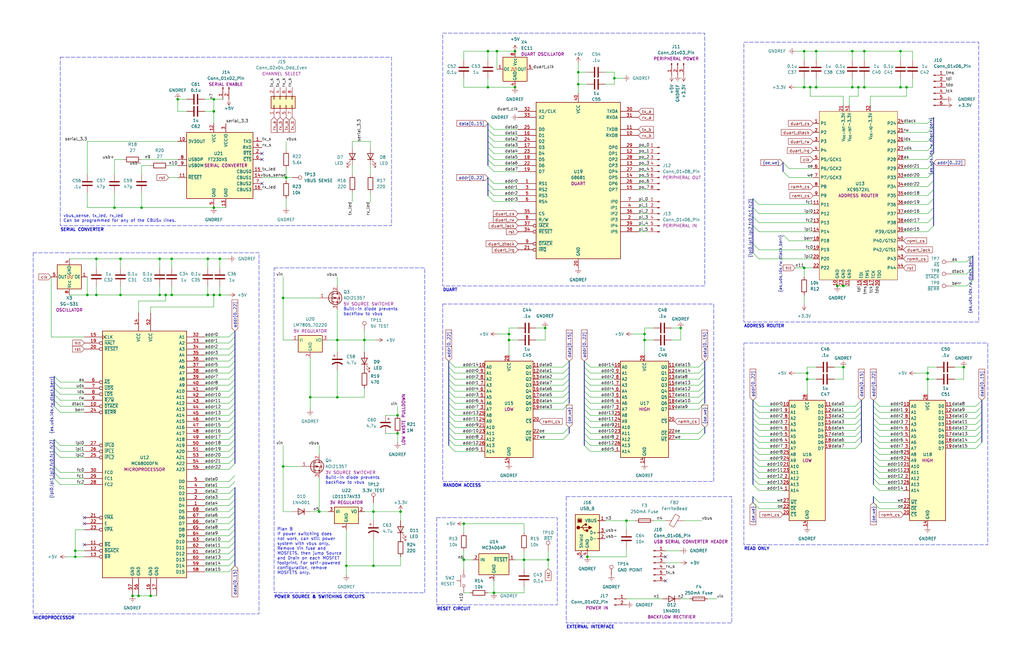
<source format=kicad_sch>
(kicad_sch (version 20230121) (generator eeschema)
  (paper "B")
  (title_block (title "MCD SBC Circuit Schematic") (date "2024-02-08") (rev "0.10") (company "LeTourneau University") (comment 1 "Richard Homan") (comment 2 "PROTOTYPE FABRICATION: REVISION 0.1"))
  (junction (at 55.88 251.46))
  (junction (at 340.36 160.02))
  (junction (at 406.4 154.94))
  (junction (at 208.28 250.19))
  (junction (at 229.87 138.43))
  (junction (at 271.78 143.51))
  (junction (at 264.16 219.71))
  (junction (at 90.17 46.99))
  (junction (at 48.26 87.63))
  (junction (at 339.09 21.59))
  (junction (at 391.16 157.48))
  (junction (at 364.49 21.59))
  (junction (at 72.39 109.22))
  (junction (at 119.38 196.85))
  (junction (at 87.63 109.22))
  (junction (at 50.8 109.22))
  (junction (at 119.38 125.73))
  (junction (at 287.02 138.43))
  (junction (at 130.81 167.64))
  (junction (at 67.31 124.46))
  (junction (at 353.06 120.65))
  (junction (at 231.14 236.22))
  (junction (at 58.42 251.46))
  (junction (at 142.24 167.64))
  (junction (at 90.17 87.63))
  (junction (at 74.93 41.91))
  (junction (at 167.64 182.88))
  (junction (at 36.83 124.46))
  (junction (at 31.75 232.41))
  (junction (at 355.6 120.65))
  (junction (at 209.55 21.59))
  (junction (at 217.17 21.59))
  (junction (at 153.67 143.51))
  (junction (at 339.09 113.03))
  (junction (at 247.65 234.95))
  (junction (at 90.17 124.46))
  (junction (at 205.74 36.83))
  (junction (at 344.17 21.59))
  (junction (at 92.71 109.22))
  (junction (at 359.41 21.59))
  (junction (at 120.65 74.93))
  (junction (at 271.78 140.97))
  (junction (at 167.64 175.26))
  (junction (at 195.58 236.22))
  (junction (at 59.69 87.63))
  (junction (at 69.85 124.46))
  (junction (at 217.17 36.83))
  (junction (at 67.31 109.22))
  (junction (at 50.8 124.46))
  (junction (at 243.84 35.56))
  (junction (at 142.24 143.51))
  (junction (at 90.17 41.91))
  (junction (at 157.48 215.9))
  (junction (at 168.91 215.9))
  (junction (at 361.95 36.83))
  (junction (at 92.71 124.46))
  (junction (at 382.27 36.83))
  (junction (at 259.08 33.02))
  (junction (at 31.75 234.95))
  (junction (at 63.5 251.46))
  (junction (at 243.84 30.48))
  (junction (at 40.64 109.22))
  (junction (at 379.73 21.59))
  (junction (at 195.58 220.98))
  (junction (at 40.64 124.46))
  (junction (at 379.73 36.83))
  (junction (at 359.41 36.83))
  (junction (at 220.98 236.22))
  (junction (at 87.63 124.46))
  (junction (at 355.6 154.94))
  (junction (at 205.74 21.59))
  (junction (at 146.05 238.76))
  (junction (at 344.17 36.83))
  (junction (at 72.39 124.46))
  (junction (at 214.63 143.51))
  (junction (at 364.49 36.83))
  (junction (at 341.63 36.83))
  (junction (at 340.36 157.48))
  (junction (at 391.16 160.02))
  (junction (at 339.09 36.83))
  (junction (at 214.63 140.97))
  (junction (at 134.62 215.9))
  (junction (at 157.48 238.76))
  (no_connect (at 35.56 220.98))
  (no_connect (at 110.49 77.47))
  (no_connect (at 110.49 67.31))
  (no_connect (at 35.56 229.87))
  (no_connect (at 280.67 234.95))
  (no_connect (at 110.49 64.77))
  (no_connect (at 280.67 245.11))
  (no_connect (at 35.56 218.44))
  (no_connect (at 245.11 234.95))
  (bus_entry (at 297.18 167.64) (size -2.54 2.54))
  (bus_entry (at 99.06 149.86) (size -2.54 2.54))
  (bus_entry (at 368.3 181.61) (size 2.54 2.54))
  (bus_entry (at 414.02 186.69) (size -2.54 2.54))
  (bus_entry (at 99.06 144.78) (size -2.54 2.54))
  (bus_entry (at 317.5 191.77) (size 2.54 2.54))
  (bus_entry (at 246.38 160.02) (size 2.54 2.54))
  (bus_entry (at 240.03 167.64) (size -2.54 2.54))
  (bus_entry (at 368.3 189.23) (size 2.54 2.54))
  (bus_entry (at 393.7 87.63) (size -2.54 2.54))
  (bus_entry (at 317.5 196.85) (size 2.54 2.54))
  (bus_entry (at 99.06 233.68) (size -2.54 2.54))
  (bus_entry (at 99.06 142.24) (size -2.54 2.54))
  (bus_entry (at 99.06 200.66) (size -2.54 2.54))
  (bus_entry (at 393.7 76.2) (size -2.54 2.54))
  (bus_entry (at 297.18 180.34) (size -2.54 2.54))
  (bus_entry (at 99.06 213.36) (size -2.54 2.54))
  (bus_entry (at 189.23 160.02) (size 2.54 2.54))
  (bus_entry (at 99.06 165.1) (size -2.54 2.54))
  (bus_entry (at 246.38 172.72) (size 2.54 2.54))
  (bus_entry (at 317.5 83.82) (size 2.54 2.54))
  (bus_entry (at 99.06 228.6) (size -2.54 2.54))
  (bus_entry (at 363.22 181.61) (size -2.54 2.54))
  (bus_entry (at 99.06 172.72) (size -2.54 2.54))
  (bus_entry (at 205.74 67.31) (size 2.54 2.54))
  (bus_entry (at 99.06 238.76) (size -2.54 2.54))
  (bus_entry (at 363.22 171.45) (size -2.54 2.54))
  (bus_entry (at 410.21 107.95) (size -2.54 2.54))
  (bus_entry (at 317.5 176.53) (size 2.54 2.54))
  (bus_entry (at 246.38 180.34) (size 2.54 2.54))
  (bus_entry (at 363.22 168.91) (size -2.54 2.54))
  (bus_entry (at 205.74 77.47) (size 2.54 2.54))
  (bus_entry (at 99.06 160.02) (size -2.54 2.54))
  (bus_entry (at 189.23 157.48) (size 2.54 2.54))
  (bus_entry (at 99.06 226.06) (size -2.54 2.54))
  (bus_entry (at 317.5 95.25) (size 2.54 2.54))
  (bus_entry (at 22.86 166.37) (size 2.54 2.54))
  (bus_entry (at 246.38 175.26) (size 2.54 2.54))
  (bus_entry (at 22.86 171.45) (size 2.54 2.54))
  (bus_entry (at 189.23 172.72) (size 2.54 2.54))
  (bus_entry (at 205.74 64.77) (size 2.54 2.54))
  (bus_entry (at 363.22 186.69) (size -2.54 2.54))
  (bus_entry (at 189.23 170.18) (size 2.54 2.54))
  (bus_entry (at 368.3 191.77) (size 2.54 2.54))
  (bus_entry (at 330.2 72.39) (size 2.54 2.54))
  (bus_entry (at 317.5 186.69) (size 2.54 2.54))
  (bus_entry (at 240.03 182.88) (size -2.54 2.54))
  (bus_entry (at 99.06 236.22) (size -2.54 2.54))
  (bus_entry (at 99.06 203.2) (size -2.54 2.54))
  (bus_entry (at 99.06 162.56) (size -2.54 2.54))
  (bus_entry (at 189.23 154.94) (size 2.54 2.54))
  (bus_entry (at 99.06 177.8) (size -2.54 2.54))
  (bus_entry (at 368.3 176.53) (size 2.54 2.54))
  (bus_entry (at 368.3 184.15) (size 2.54 2.54))
  (bus_entry (at 297.18 162.56) (size -2.54 2.54))
  (bus_entry (at 363.22 173.99) (size -2.54 2.54))
  (bus_entry (at 22.86 168.91) (size 2.54 2.54))
  (bus_entry (at 99.06 185.42) (size -2.54 2.54))
  (bus_entry (at 246.38 167.64) (size 2.54 2.54))
  (bus_entry (at 368.3 194.31) (size 2.54 2.54))
  (bus_entry (at 205.74 69.85) (size 2.54 2.54))
  (bus_entry (at 317.5 168.91) (size 2.54 2.54))
  (bus_entry (at 99.06 154.94) (size -2.54 2.54))
  (bus_entry (at 317.5 102.87) (size 2.54 2.54))
  (bus_entry (at 99.06 139.7) (size -2.54 2.54))
  (bus_entry (at 368.3 179.07) (size 2.54 2.54))
  (bus_entry (at 317.5 194.31) (size 2.54 2.54))
  (bus_entry (at 393.7 53.34) (size -2.54 2.54))
  (bus_entry (at 205.74 62.23) (size 2.54 2.54))
  (bus_entry (at 99.06 190.5) (size -2.54 2.54))
  (bus_entry (at 368.3 196.85) (size 2.54 2.54))
  (bus_entry (at 240.03 152.4) (size -2.54 2.54))
  (bus_entry (at 22.86 163.83) (size 2.54 2.54))
  (bus_entry (at 205.74 52.07) (size 2.54 2.54))
  (bus_entry (at 317.5 181.61) (size 2.54 2.54))
  (bus_entry (at 368.3 204.47) (size 2.54 2.54))
  (bus_entry (at 297.18 152.4) (size -2.54 2.54))
  (bus_entry (at 205.74 57.15) (size 2.54 2.54))
  (bus_entry (at 99.06 205.74) (size -2.54 2.54))
  (bus_entry (at 410.21 113.03) (size -2.54 2.54))
  (bus_entry (at 246.38 185.42) (size 2.54 2.54))
  (bus_entry (at 240.03 157.48) (size -2.54 2.54))
  (bus_entry (at 414.02 173.99) (size -2.54 2.54))
  (bus_entry (at 363.22 176.53) (size -2.54 2.54))
  (bus_entry (at 414.02 179.07) (size -2.54 2.54))
  (bus_entry (at 368.3 168.91) (size 2.54 2.54))
  (bus_entry (at 189.23 175.26) (size 2.54 2.54))
  (bus_entry (at 240.03 162.56) (size -2.54 2.54))
  (bus_entry (at 368.3 201.93) (size 2.54 2.54))
  (bus_entry (at 393.7 57.15) (size -2.54 2.54))
  (bus_entry (at 410.21 118.11) (size -2.54 2.54))
  (bus_entry (at 22.86 190.5) (size 2.54 2.54))
  (bus_entry (at 189.23 165.1) (size 2.54 2.54))
  (bus_entry (at 393.7 68.58) (size -2.54 2.54))
  (bus_entry (at 414.02 171.45) (size -2.54 2.54))
  (bus_entry (at 393.7 95.25) (size -2.54 2.54))
  (bus_entry (at 246.38 165.1) (size 2.54 2.54))
  (bus_entry (at 99.06 167.64) (size -2.54 2.54))
  (bus_entry (at 205.74 54.61) (size 2.54 2.54))
  (bus_entry (at 189.23 177.8) (size 2.54 2.54))
  (bus_entry (at 99.06 193.04) (size -2.54 2.54))
  (bus_entry (at 393.7 60.96) (size -2.54 2.54))
  (bus_entry (at 99.06 152.4) (size -2.54 2.54))
  (bus_entry (at 246.38 187.96) (size 2.54 2.54))
  (bus_entry (at 297.18 165.1) (size -2.54 2.54))
  (bus_entry (at 317.5 209.55) (size 2.54 2.54))
  (bus_entry (at 99.06 147.32) (size -2.54 2.54))
  (bus_entry (at 414.02 184.15) (size -2.54 2.54))
  (bus_entry (at 317.5 106.68) (size 2.54 2.54))
  (bus_entry (at 317.5 189.23) (size 2.54 2.54))
  (bus_entry (at 393.7 91.44) (size -2.54 2.54))
  (bus_entry (at 22.86 161.29) (size 2.54 2.54))
  (bus_entry (at 189.23 162.56) (size 2.54 2.54))
  (bus_entry (at 99.06 210.82) (size -2.54 2.54))
  (bus_entry (at 246.38 152.4) (size 2.54 2.54))
  (bus_entry (at 330.2 99.06) (size 2.54 2.54))
  (bus_entry (at 393.7 49.53) (size -2.54 2.54))
  (bus_entry (at 368.3 173.99) (size 2.54 2.54))
  (bus_entry (at 317.5 87.63) (size 2.54 2.54))
  (bus_entry (at 189.23 167.64) (size 2.54 2.54))
  (bus_entry (at 297.18 157.48) (size -2.54 2.54))
  (bus_entry (at 205.74 82.55) (size 2.54 2.54))
  (bus_entry (at 22.86 196.85) (size 2.54 2.54))
  (bus_entry (at 368.3 171.45) (size 2.54 2.54))
  (bus_entry (at 363.22 179.07) (size -2.54 2.54))
  (bus_entry (at 297.18 182.88) (size -2.54 2.54))
  (bus_entry (at 99.06 223.52) (size -2.54 2.54))
  (bus_entry (at 246.38 162.56) (size 2.54 2.54))
  (bus_entry (at 368.3 212.09) (size 2.54 2.54))
  (bus_entry (at 99.06 218.44) (size -2.54 2.54))
  (bus_entry (at 414.02 168.91) (size -2.54 2.54))
  (bus_entry (at 99.06 180.34) (size -2.54 2.54))
  (bus_entry (at 99.06 182.88) (size -2.54 2.54))
  (bus_entry (at 189.23 152.4) (size 2.54 2.54))
  (bus_entry (at 246.38 177.8) (size 2.54 2.54))
  (bus_entry (at 393.7 72.39) (size -2.54 2.54))
  (bus_entry (at 99.06 195.58) (size -2.54 2.54))
  (bus_entry (at 317.5 212.09) (size 2.54 2.54))
  (bus_entry (at 22.86 187.96) (size 2.54 2.54))
  (bus_entry (at 393.7 83.82) (size -2.54 2.54))
  (bus_entry (at 99.06 187.96) (size -2.54 2.54))
  (bus_entry (at 393.7 64.77) (size -2.54 2.54))
  (bus_entry (at 246.38 182.88) (size 2.54 2.54))
  (bus_entry (at 189.23 185.42) (size 2.54 2.54))
  (bus_entry (at 205.74 80.01) (size 2.54 2.54))
  (bus_entry (at 368.3 199.39) (size 2.54 2.54))
  (bus_entry (at 414.02 181.61) (size -2.54 2.54))
  (bus_entry (at 297.18 160.02) (size -2.54 2.54))
  (bus_entry (at 205.74 74.93) (size 2.54 2.54))
  (bus_entry (at 22.86 199.39) (size 2.54 2.54))
  (bus_entry (at 22.86 158.75) (size 2.54 2.54))
  (bus_entry (at 393.7 80.01) (size -2.54 2.54))
  (bus_entry (at 414.02 176.53) (size -2.54 2.54))
  (bus_entry (at 297.18 154.94) (size -2.54 2.54))
  (bus_entry (at 240.03 170.18) (size -2.54 2.54))
  (bus_entry (at 246.38 154.94) (size 2.54 2.54))
  (bus_entry (at 22.86 185.42) (size 2.54 2.54))
  (bus_entry (at 317.5 199.39) (size 2.54 2.54))
  (bus_entry (at 317.5 91.44) (size 2.54 2.54))
  (bus_entry (at 317.5 173.99) (size 2.54 2.54))
  (bus_entry (at 99.06 208.28) (size -2.54 2.54))
  (bus_entry (at 99.06 175.26) (size -2.54 2.54))
  (bus_entry (at 99.06 220.98) (size -2.54 2.54))
  (bus_entry (at 240.03 165.1) (size -2.54 2.54))
  (bus_entry (at 240.03 180.34) (size -2.54 2.54))
  (bus_entry (at 297.18 170.18) (size -2.54 2.54))
  (bus_entry (at 205.74 59.69) (size 2.54 2.54))
  (bus_entry (at 330.2 68.58) (size 2.54 2.54))
  (bus_entry (at 240.03 154.94) (size -2.54 2.54))
  (bus_entry (at 99.06 170.18) (size -2.54 2.54))
  (bus_entry (at 22.86 201.93) (size 2.54 2.54))
  (bus_entry (at 240.03 160.02) (size -2.54 2.54))
  (bus_entry (at 317.5 179.07) (size 2.54 2.54))
  (bus_entry (at 368.3 209.55) (size 2.54 2.54))
  (bus_entry (at 189.23 187.96) (size 2.54 2.54))
  (bus_entry (at 246.38 157.48) (size 2.54 2.54))
  (bus_entry (at 99.06 215.9) (size -2.54 2.54))
  (bus_entry (at 368.3 186.69) (size 2.54 2.54))
  (bus_entry (at 189.23 180.34) (size 2.54 2.54))
  (bus_entry (at 363.22 184.15) (size -2.54 2.54))
  (bus_entry (at 317.5 201.93) (size 2.54 2.54))
  (bus_entry (at 99.06 231.14) (size -2.54 2.54))
  (bus_entry (at 189.23 182.88) (size 2.54 2.54))
  (bus_entry (at 99.06 157.48) (size -2.54 2.54))
  (bus_entry (at 246.38 170.18) (size 2.54 2.54))
  (bus_entry (at 317.5 184.15) (size 2.54 2.54))
  (bus_entry (at 317.5 204.47) (size 2.54 2.54))
  (bus_entry (at 317.5 171.45) (size 2.54 2.54))
  (bus (pts (xy 393.7 76.2) (xy 393.7 80.01)))
  (wire (pts (xy 273.05 90.17) (xy 269.24 90.17)))
  (wire (pts (xy 355.6 154.94) (xy 355.6 160.02)))
  (wire (pts (xy 264.16 223.52) (xy 264.16 219.71)))
  (bus (pts (xy 246.38 154.94) (xy 246.38 157.48)))
  (bus (pts (xy 317.5 184.15) (xy 317.5 186.69)))
  (wire (pts (xy 350.52 179.07) (xy 360.68 179.07)))
  (wire (pts (xy 391.16 160.02) (xy 391.16 166.37)))
  (bus (pts (xy 205.74 77.47) (xy 205.74 80.01)))
  (wire (pts (xy 364.49 36.83) (xy 379.73 36.83)))
  (bus (pts (xy 297.18 154.94) (xy 297.18 157.48)))
  (wire (pts (xy 401.32 171.45) (xy 411.48 171.45)))
  (bus (pts (xy 99.06 213.36) (xy 99.06 215.9)))
  (wire (pts (xy 339.09 36.83) (xy 339.09 33.02)))
  (wire (pts (xy 287.02 232.41) (xy 280.67 232.41)))
  (wire (pts (xy 273.05 87.63) (xy 269.24 87.63)))
  (bus (pts (xy 189.23 177.8) (xy 189.23 180.34)))
  (wire (pts (xy 264.16 231.14) (xy 264.16 234.95)))
  (wire (pts (xy 86.36 203.2) (xy 96.52 203.2)))
  (wire (pts (xy 361.95 36.83) (xy 361.95 40.64)))
  (wire (pts (xy 120.65 59.69) (xy 120.65 63.5)))
  (bus (pts (xy 368.3 176.53) (xy 368.3 179.07)))
  (bus (pts (xy 297.18 180.34) (xy 297.18 182.88)))
  (wire (pts (xy 402.59 160.02) (xy 406.4 160.02)))
  (bus (pts (xy 99.06 190.5) (xy 99.06 193.04)))
  (bus (pts (xy 368.3 191.77) (xy 368.3 194.31)))
  (wire (pts (xy 381 194.31) (xy 370.84 194.31)))
  (wire (pts (xy 87.63 109.22) (xy 92.71 109.22)))
  (bus (pts (xy 393.7 68.58) (xy 393.7 72.39)))
  (wire (pts (xy 248.92 180.34) (xy 259.08 180.34)))
  (bus (pts (xy 99.06 180.34) (xy 99.06 182.88)))
  (wire (pts (xy 191.77 157.48) (xy 201.93 157.48)))
  (wire (pts (xy 355.6 44.45) (xy 355.6 40.64)))
  (wire (pts (xy 72.39 109.22) (xy 87.63 109.22)))
  (wire (pts (xy 243.84 26.67) (xy 243.84 30.48)))
  (bus (pts (xy 246.38 175.26) (xy 246.38 177.8)))
  (wire (pts (xy 407.67 110.49) (xy 401.32 110.49)))
  (wire (pts (xy 284.48 162.56) (xy 294.64 162.56)))
  (wire (pts (xy 227.33 157.48) (xy 237.49 157.48)))
  (wire (pts (xy 381 173.99) (xy 370.84 173.99)))
  (wire (pts (xy 330.2 199.39) (xy 320.04 199.39)))
  (wire (pts (xy 86.36 231.14) (xy 96.52 231.14)))
  (bus (pts (xy 363.22 171.45) (xy 363.22 173.99)))
  (wire (pts (xy 330.2 196.85) (xy 320.04 196.85)))
  (wire (pts (xy 218.44 64.77) (xy 208.28 64.77)))
  (bus (pts (xy 368.3 179.07) (xy 368.3 181.61)))
  (bus (pts (xy 246.38 185.42) (xy 246.38 187.96)))
  (wire (pts (xy 394.97 160.02) (xy 391.16 160.02)))
  (wire (pts (xy 86.36 185.42) (xy 96.52 185.42)))
  (wire (pts (xy 40.64 109.22) (xy 29.21 109.22)))
  (wire (pts (xy 69.85 124.46) (xy 69.85 127)))
  (wire (pts (xy 339.09 21.59) (xy 344.17 21.59)))
  (bus (pts (xy 99.06 152.4) (xy 99.06 154.94)))
  (wire (pts (xy 220.98 224.79) (xy 220.98 220.98)))
  (wire (pts (xy 284.48 160.02) (xy 294.64 160.02)))
  (bus (pts (xy 240.03 162.56) (xy 240.03 165.1)))
  (bus (pts (xy 189.23 162.56) (xy 189.23 165.1)))
  (wire (pts (xy 36.83 59.69) (xy 74.93 59.69)))
  (wire (pts (xy 40.64 124.46) (xy 36.83 124.46)))
  (wire (pts (xy 67.31 109.22) (xy 72.39 109.22)))
  (wire (pts (xy 40.64 113.03) (xy 40.64 109.22)))
  (bus (pts (xy 99.06 215.9) (xy 99.06 218.44)))
  (wire (pts (xy 401.32 173.99) (xy 411.48 173.99)))
  (bus (pts (xy 317.5 196.85) (xy 317.5 199.39)))
  (bus (pts (xy 99.06 223.52) (xy 99.06 226.06)))
  (wire (pts (xy 401.32 186.69) (xy 411.48 186.69)))
  (wire (pts (xy 205.74 21.59) (xy 209.55 21.59)))
  (wire (pts (xy 209.55 29.21) (xy 209.55 21.59)))
  (bus (pts (xy 189.23 165.1) (xy 189.23 167.64)))
  (wire (pts (xy 48.26 67.31) (xy 52.07 67.31)))
  (wire (pts (xy 191.77 162.56) (xy 201.93 162.56)))
  (bus (pts (xy 393.7 60.96) (xy 393.7 64.77)))
  (bus (pts (xy 317.5 176.53) (xy 317.5 179.07)))
  (wire (pts (xy 36.83 116.84) (xy 36.83 124.46)))
  (wire (pts (xy 401.32 179.07) (xy 411.48 179.07)))
  (wire (pts (xy 153.67 143.51) (xy 153.67 148.59)))
  (wire (pts (xy 74.93 41.91) (xy 78.74 41.91)))
  (wire (pts (xy 367.03 40.64) (xy 382.27 40.64)))
  (wire (pts (xy 229.87 138.43) (xy 226.06 138.43)))
  (wire (pts (xy 92.71 113.03) (xy 92.71 109.22)))
  (wire (pts (xy 214.63 138.43) (xy 214.63 140.97)))
  (bus (pts (xy 99.06 233.68) (xy 99.06 236.22)))
  (wire (pts (xy 25.4 187.96) (xy 35.56 187.96)))
  (bus (pts (xy 99.06 182.88) (xy 99.06 185.42)))
  (wire (pts (xy 218.44 67.31) (xy 208.28 67.31)))
  (wire (pts (xy 381 171.45) (xy 370.84 171.45)))
  (wire (pts (xy 86.36 162.56) (xy 96.52 162.56)))
  (wire (pts (xy 227.33 165.1) (xy 237.49 165.1)))
  (wire (pts (xy 195.58 236.22) (xy 195.58 240.03)))
  (wire (pts (xy 350.52 173.99) (xy 360.68 173.99)))
  (wire (pts (xy 48.26 87.63) (xy 59.69 87.63)))
  (wire (pts (xy 381 191.77) (xy 370.84 191.77)))
  (bus (pts (xy 246.38 157.48) (xy 246.38 160.02)))
  (wire (pts (xy 205.74 33.02) (xy 205.74 36.83)))
  (wire (pts (xy 283.21 143.51) (xy 287.02 143.51)))
  (wire (pts (xy 72.39 124.46) (xy 87.63 124.46)))
  (wire (pts (xy 120.65 76.2) (xy 120.65 74.93)))
  (wire (pts (xy 48.26 67.31) (xy 48.26 73.66)))
  (wire (pts (xy 248.92 167.64) (xy 259.08 167.64)))
  (wire (pts (xy 167.64 182.88) (xy 167.64 186.69)))
  (bus (pts (xy 317.5 209.55) (xy 317.5 212.09)))
  (bus (pts (xy 99.06 154.94) (xy 99.06 157.48)))
  (wire (pts (xy 156.21 69.85) (xy 156.21 73.66)))
  (bus (pts (xy 317.5 199.39) (xy 317.5 201.93)))
  (wire (pts (xy 205.74 250.19) (xy 208.28 250.19)))
  (wire (pts (xy 148.59 59.69) (xy 148.59 62.23)))
  (wire (pts (xy 59.69 81.28) (xy 59.69 87.63)))
  (wire (pts (xy 332.74 71.12) (xy 342.9 71.12)))
  (bus (pts (xy 99.06 142.24) (xy 99.06 144.78)))
  (wire (pts (xy 217.17 236.22) (xy 220.98 236.22)))
  (bus (pts (xy 189.23 167.64) (xy 189.23 170.18)))
  (wire (pts (xy 86.36 157.48) (xy 96.52 157.48)))
  (wire (pts (xy 359.41 21.59) (xy 359.41 25.4)))
  (bus (pts (xy 246.38 170.18) (xy 246.38 172.72)))
  (bus (pts (xy 99.06 193.04) (xy 99.06 195.58)))
  (wire (pts (xy 195.58 250.19) (xy 198.12 250.19)))
  (wire (pts (xy 386.08 157.48) (xy 391.16 157.48)))
  (bus (pts (xy 246.38 177.8) (xy 246.38 180.34)))
  (wire (pts (xy 218.44 80.01) (xy 208.28 80.01)))
  (wire (pts (xy 205.74 36.83) (xy 217.17 36.83)))
  (wire (pts (xy 71.12 74.93) (xy 74.93 74.93)))
  (wire (pts (xy 195.58 21.59) (xy 195.58 25.4)))
  (wire (pts (xy 55.88 251.46) (xy 58.42 251.46)))
  (wire (pts (xy 381 55.88) (xy 391.16 55.88)))
  (wire (pts (xy 287.02 237.49) (xy 280.67 237.49)))
  (wire (pts (xy 248.92 190.5) (xy 259.08 190.5)))
  (bus (pts (xy 189.23 182.88) (xy 189.23 185.42)))
  (wire (pts (xy 35.56 142.24) (xy 21.59 142.24)))
  (wire (pts (xy 273.05 97.79) (xy 269.24 97.79)))
  (bus (pts (xy 99.06 170.18) (xy 99.06 172.72)))
  (wire (pts (xy 59.69 69.85) (xy 63.5 69.85)))
  (wire (pts (xy 330.2 207.01) (xy 320.04 207.01)))
  (bus (pts (xy 410.21 107.95) (xy 410.21 113.03)))
  (bus (pts (xy 368.3 189.23) (xy 368.3 191.77)))
  (wire (pts (xy 364.49 21.59) (xy 379.73 21.59)))
  (bus (pts (xy 393.7 57.15) (xy 393.7 60.96)))
  (wire (pts (xy 86.36 177.8) (xy 96.52 177.8)))
  (wire (pts (xy 218.44 143.51) (xy 214.63 143.51)))
  (wire (pts (xy 157.48 212.09) (xy 157.48 215.9)))
  (wire (pts (xy 153.67 143.51) (xy 158.75 143.51)))
  (wire (pts (xy 162.56 175.26) (xy 167.64 175.26)))
  (wire (pts (xy 90.17 41.91) (xy 90.17 46.99)))
  (bus (pts (xy 99.06 187.96) (xy 99.06 190.5)))
  (wire (pts (xy 358.14 40.64) (xy 361.95 40.64)))
  (wire (pts (xy 284.48 157.48) (xy 294.64 157.48)))
  (wire (pts (xy 153.67 167.64) (xy 142.24 167.64)))
  (wire (pts (xy 340.36 157.48) (xy 340.36 154.94)))
  (wire (pts (xy 119.38 196.85) (xy 119.38 215.9)))
  (wire (pts (xy 142.24 130.81) (xy 142.24 143.51)))
  (bus (pts (xy 297.18 157.48) (xy 297.18 160.02)))
  (wire (pts (xy 191.77 175.26) (xy 201.93 175.26)))
  (wire (pts (xy 231.14 240.03) (xy 231.14 236.22)))
  (wire (pts (xy 119.38 143.51) (xy 119.38 125.73)))
  (bus (pts (xy 99.06 236.22) (xy 99.06 238.76)))
  (bus (pts (xy 414.02 173.99) (xy 414.02 176.53)))
  (wire (pts (xy 25.4 199.39) (xy 35.56 199.39)))
  (wire (pts (xy 243.84 35.56) (xy 243.84 39.37)))
  (bus (pts (xy 368.3 184.15) (xy 368.3 186.69)))
  (bus (pts (xy 205.74 59.69) (xy 205.74 62.23)))
  (wire (pts (xy 67.31 124.46) (xy 69.85 124.46)))
  (wire (pts (xy 86.36 149.86) (xy 96.52 149.86)))
  (wire (pts (xy 335.28 36.83) (xy 339.09 36.83)))
  (wire (pts (xy 401.32 184.15) (xy 411.48 184.15)))
  (bus (pts (xy 99.06 172.72) (xy 99.06 175.26)))
  (wire (pts (xy 229.87 138.43) (xy 229.87 143.51)))
  (wire (pts (xy 218.44 138.43) (xy 214.63 138.43)))
  (bus (pts (xy 22.86 196.85) (xy 22.86 199.39)))
  (wire (pts (xy 344.17 36.83) (xy 359.41 36.83)))
  (wire (pts (xy 218.44 59.69) (xy 208.28 59.69)))
  (bus (pts (xy 99.06 147.32) (xy 99.06 149.86)))
  (bus (pts (xy 99.06 175.26) (xy 99.06 177.8)))
  (wire (pts (xy 25.4 161.29) (xy 35.56 161.29)))
  (bus (pts (xy 297.18 165.1) (xy 297.18 167.64)))
  (wire (pts (xy 401.32 189.23) (xy 411.48 189.23)))
  (wire (pts (xy 248.92 162.56) (xy 259.08 162.56)))
  (wire (pts (xy 36.83 81.28) (xy 36.83 87.63)))
  (wire (pts (xy 359.41 36.83) (xy 361.95 36.83)))
  (bus (pts (xy 317.5 102.87) (xy 317.5 106.68)))
  (wire (pts (xy 259.08 35.56) (xy 259.08 33.02)))
  (wire (pts (xy 355.6 120.65) (xy 358.14 120.65)))
  (bus (pts (xy 393.7 83.82) (xy 393.7 87.63)))
  (wire (pts (xy 340.36 160.02) (xy 340.36 166.37)))
  (wire (pts (xy 248.92 187.96) (xy 259.08 187.96)))
  (wire (pts (xy 341.63 36.83) (xy 344.17 36.83)))
  (bus (pts (xy 205.74 80.01) (xy 205.74 82.55)))
  (wire (pts (xy 86.36 147.32) (xy 96.52 147.32)))
  (wire (pts (xy 130.81 167.64) (xy 142.24 167.64)))
  (wire (pts (xy 320.04 90.17) (xy 342.9 90.17)))
  (wire (pts (xy 226.06 143.51) (xy 229.87 143.51)))
  (wire (pts (xy 195.58 21.59) (xy 205.74 21.59)))
  (wire (pts (xy 195.58 36.83) (xy 205.74 36.83)))
  (wire (pts (xy 191.77 160.02) (xy 201.93 160.02)))
  (wire (pts (xy 130.81 167.64) (xy 130.81 172.72)))
  (wire (pts (xy 86.36 160.02) (xy 96.52 160.02)))
  (wire (pts (xy 381 196.85) (xy 370.84 196.85)))
  (bus (pts (xy 363.22 181.61) (xy 363.22 184.15)))
  (wire (pts (xy 50.8 124.46) (xy 50.8 120.65)))
  (wire (pts (xy 273.05 67.31) (xy 269.24 67.31)))
  (wire (pts (xy 25.4 201.93) (xy 35.56 201.93)))
  (wire (pts (xy 330.2 194.31) (xy 320.04 194.31)))
  (wire (pts (xy 25.4 168.91) (xy 35.56 168.91)))
  (bus (pts (xy 317.5 201.93) (xy 317.5 204.47)))
  (wire (pts (xy 330.2 189.23) (xy 320.04 189.23)))
  (bus (pts (xy 368.3 209.55) (xy 368.3 212.09)))
  (bus (pts (xy 99.06 226.06) (xy 99.06 228.6)))
  (wire (pts (xy 25.4 163.83) (xy 35.56 163.83)))
  (wire (pts (xy 58.42 127) (xy 58.42 132.08)))
  (wire (pts (xy 330.2 171.45) (xy 320.04 171.45)))
  (wire (pts (xy 86.36 198.12) (xy 96.52 198.12)))
  (wire (pts (xy 391.16 157.48) (xy 391.16 160.02)))
  (wire (pts (xy 381 78.74) (xy 391.16 78.74)))
  (wire (pts (xy 406.4 154.94) (xy 402.59 154.94)))
  (wire (pts (xy 86.36 154.94) (xy 96.52 154.94)))
  (wire (pts (xy 350.52 186.69) (xy 360.68 186.69)))
  (wire (pts (xy 320.04 109.22) (xy 342.9 109.22)))
  (bus (pts (xy 368.3 201.93) (xy 368.3 204.47)))
  (wire (pts (xy 142.24 167.64) (xy 142.24 156.21)))
  (wire (pts (xy 407.67 120.65) (xy 401.32 120.65)))
  (bus (pts (xy 297.18 160.02) (xy 297.18 162.56)))
  (wire (pts (xy 69.85 127) (xy 58.42 127)))
  (wire (pts (xy 401.32 181.61) (xy 411.48 181.61)))
  (wire (pts (xy 21.59 142.24) (xy 21.59 116.84)))
  (wire (pts (xy 341.63 40.64) (xy 341.63 36.83)))
  (wire (pts (xy 330.2 204.47) (xy 320.04 204.47)))
  (wire (pts (xy 86.36 238.76) (xy 96.52 238.76)))
  (wire (pts (xy 220.98 220.98) (xy 195.58 220.98)))
  (wire (pts (xy 67.31 109.22) (xy 67.31 113.03)))
  (bus (pts (xy 297.18 167.64) (xy 297.18 170.18)))
  (wire (pts (xy 157.48 227.33) (xy 157.48 238.76)))
  (wire (pts (xy 209.55 21.59) (xy 217.17 21.59)))
  (wire (pts (xy 335.28 157.48) (xy 340.36 157.48)))
  (wire (pts (xy 271.78 143.51) (xy 271.78 149.86)))
  (wire (pts (xy 248.92 154.94) (xy 259.08 154.94)))
  (wire (pts (xy 153.67 215.9) (xy 157.48 215.9)))
  (wire (pts (xy 381 176.53) (xy 370.84 176.53)))
  (wire (pts (xy 381 97.79) (xy 391.16 97.79)))
  (wire (pts (xy 359.41 21.59) (xy 364.49 21.59)))
  (wire (pts (xy 59.69 67.31) (xy 74.93 67.31)))
  (wire (pts (xy 50.8 124.46) (xy 40.64 124.46)))
  (wire (pts (xy 191.77 187.96) (xy 201.93 187.96)))
  (wire (pts (xy 167.64 171.45) (xy 167.64 175.26)))
  (bus (pts (xy 99.06 149.86) (xy 99.06 152.4)))
  (wire (pts (xy 381 184.15) (xy 370.84 184.15)))
  (bus (pts (xy 363.22 173.99) (xy 363.22 176.53)))
  (wire (pts (xy 50.8 109.22) (xy 40.64 109.22)))
  (bus (pts (xy 22.86 166.37) (xy 22.86 168.91)))
  (wire (pts (xy 148.59 59.69) (xy 156.21 59.69)))
  (wire (pts (xy 119.38 125.73) (xy 134.62 125.73)))
  (wire (pts (xy 90.17 87.63) (xy 95.25 87.63)))
  (wire (pts (xy 218.44 82.55) (xy 208.28 82.55)))
  (wire (pts (xy 119.38 187.96) (xy 119.38 196.85)))
  (wire (pts (xy 381 181.61) (xy 370.84 181.61)))
  (wire (pts (xy 86.36 175.26) (xy 96.52 175.26)))
  (bus (pts (xy 363.22 179.07) (xy 363.22 181.61)))
  (wire (pts (xy 59.69 87.63) (xy 90.17 87.63)))
  (wire (pts (xy 287.02 138.43) (xy 287.02 143.51)))
  (wire (pts (xy 50.8 109.22) (xy 50.8 113.03)))
  (bus (pts (xy 99.06 165.1) (xy 99.06 167.64)))
  (wire (pts (xy 248.92 157.48) (xy 259.08 157.48)))
  (wire (pts (xy 86.36 142.24) (xy 96.52 142.24)))
  (wire (pts (xy 86.36 144.78) (xy 96.52 144.78)))
  (bus (pts (xy 368.3 196.85) (xy 368.3 199.39)))
  (wire (pts (xy 275.59 219.71) (xy 280.67 219.71)))
  (wire (pts (xy 31.75 234.95) (xy 31.75 232.41)))
  (wire (pts (xy 168.91 234.95) (xy 168.91 238.76)))
  (wire (pts (xy 406.4 154.94) (xy 406.4 160.02)))
  (wire (pts (xy 74.93 41.91) (xy 74.93 46.99)))
  (bus (pts (xy 205.74 57.15) (xy 205.74 59.69)))
  (wire (pts (xy 381 189.23) (xy 370.84 189.23)))
  (bus (pts (xy 414.02 181.61) (xy 414.02 184.15)))
  (bus (pts (xy 205.74 67.31) (xy 205.74 69.85)))
  (wire (pts (xy 339.09 124.46) (xy 339.09 128.27)))
  (wire (pts (xy 248.92 175.26) (xy 259.08 175.26)))
  (wire (pts (xy 168.91 238.76) (xy 157.48 238.76)))
  (bus (pts (xy 363.22 176.53) (xy 363.22 179.07)))
  (wire (pts (xy 25.4 190.5) (xy 35.56 190.5)))
  (wire (pts (xy 25.4 166.37) (xy 35.56 166.37)))
  (wire (pts (xy 86.36 172.72) (xy 96.52 172.72)))
  (wire (pts (xy 72.39 120.65) (xy 72.39 124.46)))
  (wire (pts (xy 191.77 165.1) (xy 201.93 165.1)))
  (wire (pts (xy 142.24 143.51) (xy 138.43 143.51)))
  (wire (pts (xy 273.05 69.85) (xy 269.24 69.85)))
  (wire (pts (xy 355.6 154.94) (xy 351.79 154.94)))
  (wire (pts (xy 381 201.93) (xy 370.84 201.93)))
  (wire (pts (xy 35.56 234.95) (xy 31.75 234.95)))
  (wire (pts (xy 218.44 69.85) (xy 208.28 69.85)))
  (wire (pts (xy 36.83 87.63) (xy 48.26 87.63)))
  (wire (pts (xy 120.65 71.12) (xy 120.65 74.93)))
  (wire (pts (xy 332.74 74.93) (xy 342.9 74.93)))
  (wire (pts (xy 384.81 25.4) (xy 384.81 21.59)))
  (wire (pts (xy 162.56 182.88) (xy 167.64 182.88)))
  (wire (pts (xy 243.84 30.48) (xy 247.65 30.48)))
  (wire (pts (xy 86.36 208.28) (xy 96.52 208.28)))
  (bus (pts (xy 393.7 87.63) (xy 393.7 91.44)))
  (wire (pts (xy 146.05 238.76) (xy 146.05 242.57)))
  (wire (pts (xy 227.33 182.88) (xy 237.49 182.88)))
  (bus (pts (xy 240.03 160.02) (xy 240.03 162.56)))
  (wire (pts (xy 218.44 77.47) (xy 208.28 77.47)))
  (bus (pts (xy 317.5 171.45) (xy 317.5 173.99)))
  (wire (pts (xy 119.38 116.84) (xy 119.38 125.73)))
  (wire (pts (xy 339.09 21.59) (xy 339.09 25.4)))
  (bus (pts (xy 22.86 199.39) (xy 22.86 201.93)))
  (wire (pts (xy 50.8 124.46) (xy 67.31 124.46)))
  (wire (pts (xy 191.77 190.5) (xy 201.93 190.5)))
  (wire (pts (xy 86.36 193.04) (xy 96.52 193.04)))
  (wire (pts (xy 40.64 124.46) (xy 40.64 120.65)))
  (wire (pts (xy 25.4 193.04) (xy 35.56 193.04)))
  (wire (pts (xy 273.05 72.39) (xy 269.24 72.39)))
  (wire (pts (xy 273.05 92.71) (xy 269.24 92.71)))
  (wire (pts (xy 275.59 138.43) (xy 271.78 138.43)))
  (bus (pts (xy 99.06 210.82) (xy 99.06 213.36)))
  (wire (pts (xy 288.29 219.71) (xy 295.91 219.71)))
  (bus (pts (xy 410.21 113.03) (xy 410.21 118.11)))
  (wire (pts (xy 31.75 223.52) (xy 31.75 232.41)))
  (bus (pts (xy 317.5 189.23) (xy 317.5 191.77)))
  (wire (pts (xy 195.58 220.98) (xy 195.58 224.79)))
  (wire (pts (xy 381 67.31) (xy 391.16 67.31)))
  (wire (pts (xy 381 90.17) (xy 391.16 90.17)))
  (bus (pts (xy 99.06 208.28) (xy 99.06 210.82)))
  (wire (pts (xy 320.04 97.79) (xy 342.9 97.79)))
  (wire (pts (xy 273.05 62.23) (xy 269.24 62.23)))
  (wire (pts (xy 355.6 40.64) (xy 341.63 40.64)))
  (wire (pts (xy 248.92 165.1) (xy 259.08 165.1)))
  (wire (pts (xy 63.5 129.54) (xy 63.5 132.08)))
  (bus (pts (xy 22.86 163.83) (xy 22.86 166.37)))
  (wire (pts (xy 320.04 212.09) (xy 330.2 212.09)))
  (wire (pts (xy 86.36 167.64) (xy 96.52 167.64)))
  (wire (pts (xy 86.36 236.22) (xy 96.52 236.22)))
  (wire (pts (xy 381 52.07) (xy 391.16 52.07)))
  (wire (pts (xy 208.28 250.19) (xy 208.28 245.11)))
  (wire (pts (xy 71.12 69.85) (xy 74.93 69.85)))
  (wire (pts (xy 320.04 86.36) (xy 342.9 86.36)))
  (bus (pts (xy 368.3 186.69) (xy 368.3 189.23)))
  (wire (pts (xy 298.45 252.73) (xy 302.26 252.73)))
  (wire (pts (xy 86.36 187.96) (xy 96.52 187.96)))
  (wire (pts (xy 353.06 120.65) (xy 355.6 120.65)))
  (wire (pts (xy 220.98 250.19) (xy 208.28 250.19)))
  (wire (pts (xy 381 179.07) (xy 370.84 179.07)))
  (wire (pts (xy 156.21 59.69) (xy 156.21 62.23)))
  (wire (pts (xy 367.03 40.64) (xy 367.03 44.45)))
  (bus (pts (xy 330.2 68.58) (xy 330.2 72.39)))
  (wire (pts (xy 214.63 140.97) (xy 214.63 143.51)))
  (wire (pts (xy 138.43 215.9) (xy 134.62 215.9)))
  (wire (pts (xy 259.08 33.02) (xy 259.08 30.48)))
  (wire (pts (xy 330.2 201.93) (xy 320.04 201.93)))
  (bus (pts (xy 99.06 231.14) (xy 99.06 233.68)))
  (bus (pts (xy 189.23 180.34) (xy 189.23 182.88)))
  (bus (pts (xy 317.5 179.07) (xy 317.5 181.61)))
  (wire (pts (xy 381 71.12) (xy 391.16 71.12)))
  (wire (pts (xy 340.36 157.48) (xy 340.36 160.02)))
  (wire (pts (xy 90.17 124.46) (xy 90.17 129.54)))
  (wire (pts (xy 72.39 113.03) (xy 72.39 109.22)))
  (bus (pts (xy 393.7 80.01) (xy 393.7 83.82)))
  (bus (pts (xy 317.5 168.91) (xy 317.5 171.45)))
  (wire (pts (xy 90.17 46.99) (xy 90.17 52.07)))
  (wire (pts (xy 344.17 21.59) (xy 359.41 21.59)))
  (bus (pts (xy 99.06 185.42) (xy 99.06 187.96)))
  (bus (pts (xy 393.7 72.39) (xy 393.7 76.2)))
  (wire (pts (xy 350.52 176.53) (xy 360.68 176.53)))
  (bus (pts (xy 240.03 157.48) (xy 240.03 160.02)))
  (bus (pts (xy 368.3 171.45) (xy 368.3 173.99)))
  (wire (pts (xy 86.36 228.6) (xy 96.52 228.6)))
  (bus (pts (xy 22.86 168.91) (xy 22.86 171.45)))
  (bus (pts (xy 240.03 165.1) (xy 240.03 167.64)))
  (wire (pts (xy 332.74 101.6) (xy 342.9 101.6)))
  (bus (pts (xy 368.3 181.61) (xy 368.3 184.15)))
  (wire (pts (xy 391.16 157.48) (xy 391.16 154.94)))
  (wire (pts (xy 142.24 143.51) (xy 142.24 148.59)))
  (wire (pts (xy 231.14 232.41) (xy 231.14 236.22)))
  (wire (pts (xy 86.36 46.99) (xy 90.17 46.99)))
  (wire (pts (xy 273.05 74.93) (xy 269.24 74.93)))
  (wire (pts (xy 379.73 36.83) (xy 379.73 33.02)))
  (wire (pts (xy 284.48 185.42) (xy 294.64 185.42)))
  (wire (pts (xy 351.79 160.02) (xy 355.6 160.02)))
  (wire (pts (xy 148.59 69.85) (xy 148.59 73.66)))
  (wire (pts (xy 284.48 165.1) (xy 294.64 165.1)))
  (wire (pts (xy 86.36 233.68) (xy 96.52 233.68)))
  (wire (pts (xy 209.55 140.97) (xy 214.63 140.97)))
  (wire (pts (xy 382.27 36.83) (xy 384.81 36.83)))
  (wire (pts (xy 130.81 151.13) (xy 130.81 167.64)))
  (bus (pts (xy 414.02 168.91) (xy 414.02 171.45)))
  (wire (pts (xy 350.52 184.15) (xy 360.68 184.15)))
  (bus (pts (xy 205.74 62.23) (xy 205.74 64.77)))
  (wire (pts (xy 273.05 95.25) (xy 269.24 95.25)))
  (wire (pts (xy 168.91 215.9) (xy 168.91 219.71)))
  (wire (pts (xy 279.4 252.73) (xy 264.16 252.73)))
  (bus (pts (xy 246.38 172.72) (xy 246.38 175.26)))
  (bus (pts (xy 393.7 91.44) (xy 393.7 95.25)))
  (wire (pts (xy 119.38 215.9) (xy 123.19 215.9)))
  (wire (pts (xy 248.92 185.42) (xy 259.08 185.42)))
  (bus (pts (xy 99.06 167.64) (xy 99.06 170.18)))
  (wire (pts (xy 86.36 195.58) (xy 96.52 195.58)))
  (wire (pts (xy 92.71 109.22) (xy 96.52 109.22)))
  (bus (pts (xy 246.38 160.02) (xy 246.38 162.56)))
  (wire (pts (xy 92.71 120.65) (xy 92.71 124.46)))
  (bus (pts (xy 99.06 162.56) (xy 99.06 165.1)))
  (bus (pts (xy 246.38 167.64) (xy 246.38 170.18)))
  (bus (pts (xy 368.3 173.99) (xy 368.3 176.53)))
  (wire (pts (xy 120.65 83.82) (xy 120.65 87.63)))
  (bus (pts (xy 189.23 175.26) (xy 189.23 177.8)))
  (wire (pts (xy 119.38 143.51) (xy 123.19 143.51)))
  (bus (pts (xy 189.23 152.4) (xy 189.23 154.94)))
  (wire (pts (xy 156.21 81.28) (xy 156.21 85.09)))
  (wire (pts (xy 218.44 62.23) (xy 208.28 62.23)))
  (bus (pts (xy 22.86 158.75) (xy 22.86 161.29)))
  (wire (pts (xy 227.33 160.02) (xy 237.49 160.02)))
  (wire (pts (xy 381 199.39) (xy 370.84 199.39)))
  (wire (pts (xy 220.98 247.65) (xy 220.98 250.19)))
  (wire (pts (xy 335.28 113.03) (xy 339.09 113.03)))
  (bus (pts (xy 99.06 218.44) (xy 99.06 220.98)))
  (wire (pts (xy 248.92 160.02) (xy 259.08 160.02)))
  (wire (pts (xy 271.78 140.97) (xy 271.78 138.43)))
  (wire (pts (xy 394.97 154.94) (xy 391.16 154.94)))
  (bus (pts (xy 240.03 152.4) (xy 240.03 154.94)))
  (wire (pts (xy 330.2 191.77) (xy 320.04 191.77)))
  (wire (pts (xy 255.27 35.56) (xy 259.08 35.56)))
  (wire (pts (xy 384.81 33.02) (xy 384.81 36.83)))
  (wire (pts (xy 191.77 185.42) (xy 201.93 185.42)))
  (bus (pts (xy 99.06 144.78) (xy 99.06 147.32)))
  (wire (pts (xy 87.63 109.22) (xy 87.63 113.03)))
  (bus (pts (xy 99.06 157.48) (xy 99.06 160.02)))
  (bus (pts (xy 317.5 87.63) (xy 317.5 91.44)))
  (bus (pts (xy 414.02 179.07) (xy 414.02 181.61)))
  (bus (pts (xy 368.3 199.39) (xy 368.3 201.93)))
  (bus (pts (xy 205.74 74.93) (xy 205.74 77.47)))
  (wire (pts (xy 370.84 214.63) (xy 381 214.63)))
  (wire (pts (xy 284.48 170.18) (xy 294.64 170.18)))
  (wire (pts (xy 191.77 182.88) (xy 201.93 182.88)))
  (wire (pts (xy 255.27 219.71) (xy 264.16 219.71)))
  (bus (pts (xy 189.23 185.42) (xy 189.23 187.96)))
  (wire (pts (xy 96.52 124.46) (xy 92.71 124.46)))
  (wire (pts (xy 344.17 160.02) (xy 340.36 160.02)))
  (wire (pts (xy 130.81 215.9) (xy 134.62 215.9)))
  (wire (pts (xy 227.33 167.64) (xy 237.49 167.64)))
  (bus (pts (xy 368.3 168.91) (xy 368.3 171.45)))
  (wire (pts (xy 87.63 120.65) (xy 87.63 124.46)))
  (wire (pts (xy 25.4 171.45) (xy 35.56 171.45)))
  (wire (pts (xy 273.05 80.01) (xy 269.24 80.01)))
  (bus (pts (xy 189.23 172.72) (xy 189.23 175.26)))
  (wire (pts (xy 86.36 190.5) (xy 96.52 190.5)))
  (wire (pts (xy 25.4 204.47) (xy 35.56 204.47)))
  (wire (pts (xy 195.58 36.83) (xy 195.58 33.02)))
  (wire (pts (xy 191.77 170.18) (xy 201.93 170.18)))
  (wire (pts (xy 350.52 181.61) (xy 360.68 181.61)))
  (wire (pts (xy 259.08 30.48) (xy 255.27 30.48)))
  (wire (pts (xy 320.04 93.98) (xy 342.9 93.98)))
  (wire (pts (xy 330.2 184.15) (xy 320.04 184.15)))
  (wire (pts (xy 379.73 21.59) (xy 379.73 25.4)))
  (bus (pts (xy 317.5 173.99) (xy 317.5 176.53)))
  (wire (pts (xy 266.7 140.97) (xy 271.78 140.97)))
  (wire (pts (xy 191.77 154.94) (xy 201.93 154.94)))
  (wire (pts (xy 90.17 124.46) (xy 92.71 124.46)))
  (wire (pts (xy 86.36 205.74) (xy 96.52 205.74)))
  (wire (pts (xy 335.28 21.59) (xy 339.09 21.59)))
  (wire (pts (xy 220.98 236.22) (xy 231.14 236.22)))
  (wire (pts (xy 86.36 152.4) (xy 96.52 152.4)))
  (wire (pts (xy 86.36 170.18) (xy 96.52 170.18)))
  (wire (pts (xy 153.67 163.83) (xy 153.67 167.64)))
  (wire (pts (xy 273.05 85.09) (xy 269.24 85.09)))
  (wire (pts (xy 78.74 46.99) (xy 74.93 46.99)))
  (wire (pts (xy 364.49 33.02) (xy 364.49 36.83)))
  (wire (pts (xy 330.2 186.69) (xy 320.04 186.69)))
  (wire (pts (xy 90.17 41.91) (xy 86.36 41.91)))
  (wire (pts (xy 275.59 143.51) (xy 271.78 143.51)))
  (wire (pts (xy 142.24 143.51) (xy 153.67 143.51)))
  (wire (pts (xy 344.17 154.94) (xy 340.36 154.94)))
  (bus (pts (xy 317.5 83.82) (xy 317.5 87.63)))
  (wire (pts (xy 361.95 36.83) (xy 364.49 36.83)))
  (bus (pts (xy 189.23 160.02) (xy 189.23 162.56)))
  (wire (pts (xy 381 93.98) (xy 391.16 93.98)))
  (wire (pts (xy 287.02 252.73) (xy 290.83 252.73)))
  (wire (pts (xy 134.62 201.93) (xy 134.62 215.9)))
  (wire (pts (xy 35.56 223.52) (xy 31.75 223.52)))
  (wire (pts (xy 248.92 172.72) (xy 259.08 172.72)))
  (bus (pts (xy 22.86 161.29) (xy 22.86 163.83)))
  (bus (pts (xy 246.38 162.56) (xy 246.38 165.1)))
  (bus (pts (xy 99.06 205.74) (xy 99.06 208.28)))
  (bus (pts (xy 368.3 194.31) (xy 368.3 196.85)))
  (wire (pts (xy 264.16 234.95) (xy 247.65 234.95)))
  (bus (pts (xy 363.22 168.91) (xy 363.22 171.45)))
  (wire (pts (xy 67.31 124.46) (xy 67.31 120.65)))
  (bus (pts (xy 317.5 191.77) (xy 317.5 194.31)))
  (wire (pts (xy 214.63 143.51) (xy 214.63 149.86)))
  (wire (pts (xy 220.98 240.03) (xy 220.98 236.22)))
  (wire (pts (xy 248.92 177.8) (xy 259.08 177.8)))
  (wire (pts (xy 284.48 154.94) (xy 294.64 154.94)))
  (wire (pts (xy 86.36 226.06) (xy 96.52 226.06)))
  (bus (pts (xy 99.06 228.6) (xy 99.06 231.14)))
  (bus (pts (xy 246.38 182.88) (xy 246.38 185.42)))
  (bus (pts (xy 393.7 49.53) (xy 393.7 53.34)))
  (wire (pts (xy 27.94 234.95) (xy 31.75 234.95)))
  (wire (pts (xy 287.02 138.43) (xy 283.21 138.43)))
  (wire (pts (xy 86.36 182.88) (xy 96.52 182.88)))
  (wire (pts (xy 264.16 219.71) (xy 267.97 219.71)))
  (wire (pts (xy 218.44 54.61) (xy 208.28 54.61)))
  (wire (pts (xy 31.75 232.41) (xy 35.56 232.41)))
  (wire (pts (xy 58.42 251.46) (xy 63.5 251.46)))
  (wire (pts (xy 381 82.55) (xy 391.16 82.55)))
  (bus (pts (xy 317.5 91.44) (xy 317.5 95.25)))
  (wire (pts (xy 195.58 232.41) (xy 195.58 236.22)))
  (wire (pts (xy 381 207.01) (xy 370.84 207.01)))
  (bus (pts (xy 414.02 176.53) (xy 414.02 179.07)))
  (wire (pts (xy 350.52 171.45) (xy 360.68 171.45)))
  (wire (pts (xy 248.92 170.18) (xy 259.08 170.18)))
  (wire (pts (xy 86.36 215.9) (xy 96.52 215.9)))
  (bus (pts (xy 99.06 160.02) (xy 99.06 162.56)))
  (wire (pts (xy 86.36 241.3) (xy 96.52 241.3)))
  (wire (pts (xy 191.77 172.72) (xy 201.93 172.72)))
  (wire (pts (xy 344.17 33.02) (xy 344.17 36.83)))
  (bus (pts (xy 363.22 184.15) (xy 363.22 186.69)))
  (bus (pts (xy 189.23 170.18) (xy 189.23 172.72)))
  (bus (pts (xy 205.74 54.61) (xy 205.74 57.15)))
  (wire (pts (xy 90.17 129.54) (xy 63.5 129.54)))
  (bus (pts (xy 189.23 157.48) (xy 189.23 160.02)))
  (wire (pts (xy 359.41 36.83) (xy 359.41 33.02)))
  (wire (pts (xy 330.2 181.61) (xy 320.04 181.61)))
  (wire (pts (xy 50.8 109.22) (xy 67.31 109.22)))
  (wire (pts (xy 379.73 21.59) (xy 384.81 21.59)))
  (wire (pts (xy 63.5 251.46) (xy 66.04 251.46)))
  (wire (pts (xy 36.83 124.46) (xy 29.21 124.46)))
  (wire (pts (xy 191.77 180.34) (xy 201.93 180.34)))
  (wire (pts (xy 381 63.5) (xy 391.16 63.5)))
  (wire (pts (xy 271.78 140.97) (xy 271.78 143.51)))
  (wire (pts (xy 381 59.69) (xy 391.16 59.69)))
  (bus (pts (xy 393.7 53.34) (xy 393.7 57.15)))
  (wire (pts (xy 330.2 173.99) (xy 320.04 173.99)))
  (wire (pts (xy 157.48 238.76) (xy 146.05 238.76)))
  (bus (pts (xy 317.5 181.61) (xy 317.5 184.15)))
  (wire (pts (xy 90.17 41.91) (xy 93.98 41.91)))
  (wire (pts (xy 86.36 220.98) (xy 96.52 220.98)))
  (wire (pts (xy 284.48 172.72) (xy 294.64 172.72)))
  (wire (pts (xy 227.33 172.72) (xy 237.49 172.72)))
  (bus (pts (xy 99.06 220.98) (xy 99.06 223.52)))
  (wire (pts (xy 350.52 189.23) (xy 360.68 189.23)))
  (wire (pts (xy 273.05 77.47) (xy 269.24 77.47)))
  (bus (pts (xy 317.5 186.69) (xy 317.5 189.23)))
  (wire (pts (xy 320.04 105.41) (xy 342.9 105.41)))
  (wire (pts (xy 227.33 170.18) (xy 237.49 170.18)))
  (wire (pts (xy 370.84 212.09) (xy 381 212.09)))
  (wire (pts (xy 48.26 81.28) (xy 48.26 87.63)))
  (wire (pts (xy 134.62 187.96) (xy 134.62 191.77)))
  (wire (pts (xy 243.84 30.48) (xy 243.84 35.56)))
  (bus (pts (xy 22.86 185.42) (xy 22.86 187.96)))
  (wire (pts (xy 195.58 236.22) (xy 199.39 236.22)))
  (wire (pts (xy 87.63 124.46) (xy 90.17 124.46)))
  (wire (pts (xy 284.48 167.64) (xy 294.64 167.64)))
  (wire (pts (xy 381 204.47) (xy 370.84 204.47)))
  (bus (pts (xy 317.5 194.31) (xy 317.5 196.85)))
  (wire (pts (xy 110.49 74.93) (xy 120.65 74.93)))
  (wire (pts (xy 273.05 64.77) (xy 269.24 64.77)))
  (wire (pts (xy 119.38 196.85) (xy 127 196.85)))
  (wire (pts (xy 248.92 182.88) (xy 259.08 182.88)))
  (bus (pts (xy 317.5 95.25) (xy 317.5 102.87)))
  (wire (pts (xy 339.09 113.03) (xy 339.09 116.84)))
  (wire (pts (xy 284.48 182.88) (xy 294.64 182.88)))
  (bus (pts (xy 414.02 184.15) (xy 414.02 186.69)))
  (bus (pts (xy 246.38 165.1) (xy 246.38 167.64)))
  (wire (pts (xy 381 86.36) (xy 391.16 86.36)))
  (wire (pts (xy 382.27 40.64) (xy 382.27 36.83)))
  (wire (pts (xy 142.24 116.84) (xy 142.24 120.65)))
  (wire (pts (xy 381 186.69) (xy 370.84 186.69)))
  (wire (pts (xy 262.89 33.02) (xy 259.08 33.02)))
  (bus (pts (xy 99.06 177.8) (xy 99.06 180.34)))
  (bus (pts (xy 22.86 187.96) (xy 22.86 190.5)))
  (bus (pts (xy 246.38 180.34) (xy 246.38 182.88)))
  (bus (pts (xy 240.03 180.34) (xy 240.03 182.88)))
  (wire (pts (xy 344.17 25.4) (xy 344.17 21.59)))
  (wire (pts (xy 320.04 214.63) (xy 330.2 214.63)))
  (wire (pts (xy 148.59 85.09) (xy 148.59 81.28)))
  (wire (pts (xy 157.48 215.9) (xy 157.48 219.71)))
  (wire (pts (xy 86.36 165.1) (xy 96.52 165.1)))
  (wire (pts (xy 220.98 236.22) (xy 220.98 232.41)))
  (wire (pts (xy 146.05 223.52) (xy 146.05 238.76)))
  (wire (pts (xy 218.44 85.09) (xy 208.28 85.09)))
  (bus (pts (xy 240.03 167.64) (xy 240.03 170.18)))
  (wire (pts (xy 218.44 57.15) (xy 208.28 57.15)))
  (wire (pts (xy 364.49 25.4) (xy 364.49 21.59)))
  (wire (pts (xy 208.28 72.39) (xy 218.44 72.39)))
  (wire (pts (xy 86.36 218.44) (xy 96.52 218.44)))
  (bus (pts (xy 205.74 52.07) (xy 205.74 54.61)))
  (wire (pts (xy 36.83 59.69) (xy 36.83 73.66)))
  (wire (pts (xy 69.85 124.46) (xy 72.39 124.46)))
  (wire (pts (xy 247.65 35.56) (xy 243.84 35.56)))
  (wire (pts (xy 227.33 185.42) (xy 237.49 185.42)))
  (wire (pts (xy 407.67 115.57) (xy 401.32 115.57)))
  (wire (pts (xy 191.77 167.64) (xy 201.93 167.64)))
  (wire (pts (xy 205.74 21.59) (xy 205.74 25.4)))
  (wire (pts (xy 330.2 179.07) (xy 320.04 179.07)))
  (wire (pts (xy 86.36 210.82) (xy 96.52 210.82)))
  (wire (pts (xy 86.36 180.34) (xy 96.52 180.34)))
  (wire (pts (xy 330.2 176.53) (xy 320.04 176.53)))
  (wire (pts (xy 339.09 36.83) (xy 341.63 36.83)))
  (bus (pts (xy 246.38 152.4) (xy 246.38 154.94)))
  (wire (pts (xy 381 74.93) (xy 391.16 74.93)))
  (bus (pts (xy 240.03 154.94) (xy 240.03 157.48)))
  (wire (pts (xy 168.91 215.9) (xy 157.48 215.9)))
  (bus (pts (xy 205.74 64.77) (xy 205.74 67.31)))
  (wire (pts (xy 86.36 223.52) (xy 96.52 223.52)))
  (wire (pts (xy 379.73 36.83) (xy 382.27 36.83)))
  (wire (pts (xy 153.67 139.7) (xy 153.67 143.51)))
  (wire (pts (xy 227.33 162.56) (xy 237.49 162.56)))
  (wire (pts (xy 25.4 173.99) (xy 35.56 173.99)))
  (bus (pts (xy 22.86 190.5) (xy 22.86 196.85)))
  (wire (pts (xy 339.09 113.03) (xy 342.9 113.03)))
  (bus (pts (xy 297.18 152.4) (xy 297.18 154.94)))
  (wire (pts (xy 227.33 154.94) (xy 237.49 154.94)))
  (bus (pts (xy 414.02 171.45) (xy 414.02 173.99)))
  (wire (pts (xy 358.14 44.45) (xy 358.14 40.64)))
  (bus (pts (xy 189.23 154.94) (xy 189.23 157.48)))
  (wire (pts (xy 123.19 74.93) (xy 120.65 74.93)))
  (wire (pts (xy 191.77 177.8) (xy 201.93 177.8)))
  (bus (pts (xy 297.18 162.56) (xy 297.18 165.1)))
  (bus (pts (xy 99.06 139.7) (xy 99.06 142.24)))
  (wire (pts (xy 401.32 176.53) (xy 411.48 176.53)))
  (wire (pts (xy 59.69 69.85) (xy 59.69 73.66)))
  (wire (pts (xy 86.36 213.36) (xy 96.52 213.36)))
  (rectangle (start 184.15 218.44) (end 234.95 255.27) (stroke (width 0) (type dash)))
  (rectangle (start 13.97 106.68) (end 109.22 259.08) (stroke (width 0) (type dash)))
  (rectangle (start 186.69 13.97) (end 297.18 120.65) (stroke (width 0) (type dash)))
  (rectangle (start 115.57 113.03) (end 179.07 250.19) (stroke (width 0) (type dash)))
  (rectangle (start 186.69 128.27) (end 300.99 203.2) (stroke (width 0) (type dash)))
  (rectangle (start 313.69 144.78) (end 416.56 229.87) (stroke (width 0) (type dash)))
  (rectangle (start 25.4 24.13) (end 165.1 95.25) (stroke (width 0) (type dash)))
  (rectangle (start 238.76 209.55) (end 308.61 262.89) (stroke (width 0) (type dash)))
  (rectangle (start 313.69 17.78) (end 412.75 135.89) (stroke (width 0) (type dash)))
  (text "RANDOM ACCESS" (at 186.69 205.74 0) (effects (font (size 1.27 1.27) (thickness 0.254) bold) (justify left bottom)))
  (text "Built-in diode prevents\nbackflow to vbus" (at 144.78 133.35 0) (effects (font (size 1.27 1.27)) (justify left bottom)))
  (text "EXTERNAL INTERFACE" (at 238.76 265.43 0) (effects (font (size 1.27 1.27) (thickness 0.254) bold) (justify left bottom)))
  (text "MICROPROCESSOR" (at 13.97 261.62 0) (effects (font (size 1.27 1.27) (thickness 0.254) bold) (justify left bottom)))
  (text "RESET CIRCUIT" (at 184.15 257.81 0) (effects (font (size 1.27 1.27) (thickness 0.254) bold) (justify left bottom)))
  (text "SERIAL CONVERTER" (at 25.4 97.79 0) (effects (font (size 1.27 1.27) (thickness 0.254) bold) (justify left bottom)))
  (text "POWER SOURCE & SWITCHING CIRCUITS" (at 115.57 252.73 0) (effects (font (size 1.27 1.27) (thickness 0.254) bold) (justify left bottom)))
  (text "READ ONLY" (at 313.69 232.41 0) (effects (font (size 1.27 1.27) (thickness 0.254) bold) (justify left bottom)))
  (text "Built-in diode prevents\nbackflow to vbus" (at 137.16 204.47 0) (effects (font (size 1.27 1.27)) (justify left bottom)))
  (text "DUART" (at 186.69 123.19 0) (effects (font (size 1.27 1.27) (thickness 0.254) bold) (justify left bottom)))
  (text "ADDRESS ROUTER" (at 313.69 138.43 0) (effects (font (size 1.27 1.27) (thickness 0.254) bold) (justify left bottom)))
  (text "vbus_sense, tx_led, rx_led\nCan be programmed for any of the CBUSx lines." (at 26.67 93.98 0) (effects (font (size 1.27 1.27)) (justify left bottom)))
  (text "Plan B\nIf power switching does\nnot work, can still power\nsystem with vbus only.\nRemove Vin fuse and\nMOSFETS, then jump Source\nand Drain on each MOSFET\nfootprint. For self-powered\nconfiguration, remove\nMOSFETS only." (at 116.84 242.57 0) (effects (font (size 1.27 1.27)) (justify left bottom)))
  (label "tx_s" (at 280.67 242.57 0) (property "Netclass" "signal" (effects hide)))
  (label "n10" (at 71.12 69.85 0) (property "Netclass" "signal" (effects hide)))
  (label "addr10" (at 381 196.85 180))
  (label "data9" (at 86.36 226.06 0))
  (label "addr18" (at 86.36 187.96 0))
  (label "data9" (at 401.32 173.99 0))
  (label "vin" (at 302.26 252.73 0) (property "Netclass" "power" (effects hide)))
  (label "fc1" (at 35.56 201.93 180))
  (label "n11" (at 339.09 113.03 180))
  (label "addr4" (at 201.93 165.1 180))
  (label "fc2" (at 342.9 93.98 180))
  (label "{ipl0,ipl1,ipl2,fc0,fc1,fc2}" (at 317.5 83.82 270) (property "Netclass" "bus" (effects hide)))
  (label "tx_s" (at 115.57 36.83 90) (property "Netclass" "signal" (effects hide)))
  (label "addr13" (at 330.2 204.47 180))
  (label "addr6" (at 330.2 186.69 180))
  (label "dtack" (at 35.56 171.45 180))
  (label "vbus" (at 134.62 187.96 180))
  (label "data12" (at 284.48 165.1 0))
  (label "addr5" (at 330.2 184.15 180))
  (label "addr5" (at 381 184.15 180))
  (label "addr4" (at 259.08 165.1 180))
  (label "addr9" (at 259.08 180.34 180))
  (label "berr" (at 35.56 173.99 180))
  (label "serial_3.3" (at 36.83 59.69 180) (property "Netclass" "signal" (effects hide)))
  (label "addr2" (at 259.08 160.02 180))
  (label "addr12" (at 259.08 187.96 180))
  (label "ipl0" (at 342.9 90.17 180))
  (label "addr12" (at 201.93 187.96 180))
  (label "addr9" (at 330.2 194.31 180))
  (label "oe" (at 330.2 214.63 180))
  (label "addr7" (at 330.2 189.23 180))
  (label "addr8" (at 330.2 191.77 180))
  (label "data13" (at 86.36 236.22 0))
  (label "tdi" (at 363.22 120.65 270) (property "Netclass" "signal" (effects hide)))
  (label "ipl2" (at 35.56 193.04 180))
  (label "addr1" (at 218.44 80.01 180))
  (label "data7" (at 218.44 72.39 180))
  (label "po_0" (at 269.24 62.23 0) (property "Netclass" "signal_periph" (effects hide)))
  (label "tck" (at 398.78 39.37 0))
  (label "we" (at 381 212.09 180))
  (label "addr0" (at 381 171.45 180))
  (label "tx_led" (at 110.49 72.39 0) (property "Netclass" "signal" (effects hide)))
  (label "data10" (at 401.32 176.53 0))
  (label "usb-" (at 59.69 69.85 180) (property "Netclass" "signal" (effects hide)))
  (label "tx_led" (at 148.59 85.09 270) (property "Netclass" "signal" (effects hide)))
  (label "addr7" (at 86.36 160.02 0))
  (label "vin" (at 119.38 116.84 180) (property "Netclass" "power" (effects hide)))
  (label "data0" (at 350.52 171.45 0))
  (label "addr9" (at 86.36 165.1 0))
  (label "we" (at 284.48 185.42 0))
  (label "rx_s" (at 280.67 240.03 0) (property "Netclass" "signal" (effects hide)))
  (label "data5" (at 218.44 67.31 180))
  (label "addr21" (at 381 71.12 0))
  (label "addr16" (at 86.36 182.88 0))
  (label "addr0" (at 330.2 171.45 180))
  (label "addr17" (at 86.36 185.42 0))
  (label "n7" (at 90.17 41.91 90))
  (label "addr0" (at 86.36 142.24 0))
  (label "pi_0" (at 269.24 85.09 0) (property "Netclass" "signal_periph" (effects hide)))
  (label "tms" (at 365.76 120.65 270) (property "Netclass" "signal" (effects hide)))
  (label "{as,uds,lds,rw,dtack,berr}" (at 330.2 99.06 270) (property "Netclass" "bus" (effects hide)))
  (label "data1" (at 218.44 57.15 180))
  (label "po_6" (at 269.24 77.47 0) (property "Netclass" "signal_periph" (effects hide)))
  (label "data12" (at 401.32 181.61 0))
  (label "{as,uds,lds,rw,dtack,berr}" (at 22.86 158.75 270) (property "Netclass" "bus" (effects hide)))
  (label "addr13" (at 259.08 175.26 180))
  (label "pi_3" (at 269.24 92.71 0) (property "Netclass" "signal_periph" (effects hide)))
  (label "rx_s" (at 120.65 36.83 90) (property "Netclass" "signal" (effects hide)))
  (label "addr2" (at 86.36 147.32 0))
  (label "data5" (at 86.36 215.9 0))
  (label "fc0" (at 342.9 105.41 180))
  (label "as" (at 401.32 110.49 0))
  (label "addr3" (at 86.36 149.86 0))
  (label "addr8" (at 259.08 185.42 180))
  (label "oe" (at 381 214.63 180))
  (label "duart_clk" (at 224.79 29.21 0) (property "Netclass" "signal" (effects hide)))
  (label "addr12" (at 86.36 172.72 0))
  (label "duart_clk" (at 218.44 46.99 180))
  (label "addr5" (at 86.36 154.94 0))
  (label "data5" (at 227.33 167.64 0))
  (label "addr12" (at 381 201.93 180))
  (label "n6" (at 195.58 236.22 180) (property "Netclass" "signal" (effects hide)))
  (label "data1" (at 350.52 173.99 0))
  (label "addr4" (at 86.36 152.4 0))
  (label "as" (at 381 67.31 0))
  (label "{ipl0,ipl1,ipl2,fc0,fc1,fc2}" (at 22.86 185.42 270) (property "Netclass" "bus" (effects hide)))
  (label "pi_2" (at 269.24 90.17 0) (property "Netclass" "signal_periph" (effects hide)))
  (label "data14" (at 86.36 238.76 0))
  (label "addr1" (at 381 173.99 180))
  (label "oe" (at 342.9 71.12 180))
  (label "data3" (at 350.52 179.07 0))
  (label "ipl1" (at 35.56 190.5 180))
  (label "addr1" (at 86.36 144.78 0))
  (label "addr6" (at 259.08 170.18 180))
  (label "addr3" (at 201.93 167.64 180))
  (label "n1" (at 278.13 252.73 180) (property "Netclass" "power" (effects hide)))
  (label "addr14" (at 330.2 207.01 180))
  (label "dtack" (at 401.32 115.57 0))
  (label "usb+" (at 48.26 67.31 180) (property "Netclass" "signal" (effects hide)))
  (label "vbus" (at 142.24 116.84 180))
  (label "addr13" (at 86.36 175.26 0))
  (label "rx_led" (at 110.49 80.01 0) (property "Netclass" "signal" (effects hide)))
  (label "addr2" (at 381 176.53 180))
  (label "addr14" (at 86.36 177.8 0))
  (label "addr21" (at 86.36 195.58 0))
  (label "tck" (at 368.3 120.65 270) (property "Netclass" "signal" (effects hide)))
  (label "data4" (at 350.52 181.61 0))
  (label "addr8" (at 86.36 162.56 0))
  (label "data6" (at 350.52 186.69 0))
  (label "addr2" (at 218.44 82.55 180))
  (label "addr11" (at 259.08 177.8 180))
  (label "data7" (at 350.52 189.23 0))
  (label "n9" (at 60.96 67.31 0) (property "Netclass" "signal" (effects hide)))
  (label "data3" (at 86.36 210.82 0))
  (label "addr10" (at 330.2 196.85 180))
  (label "addr10" (at 201.93 182.88 180))
  (label "{as,uds,lds,rw,dtack,berr}" (at 393.7 49.53 270) (property "Netclass" "bus" (effects hide)))
  (label "pi_4" (at 269.24 95.25 0) (property "Netclass" "signal_periph" (effects hide)))
  (label "data9" (at 284.48 172.72 0))
  (label "addr4" (at 381 181.61 180))
  (label "addr3" (at 218.44 85.09 180))
  (label "addr16" (at 381 90.17 0))
  (label "addr0" (at 259.08 157.48 180))
  (label "vin" (at 167.64 171.45 180))
  (label "addr7" (at 381 189.23 180))
  (label "data5" (at 350.52 184.15 0))
  (label "oe" (at 284.48 182.88 0))
  (label "addr5" (at 259.08 190.5 180))
  (label "data13" (at 401.32 184.15 0))
  (label "po_7" (at 269.24 80.01 0) (property "Netclass" "signal_periph" (effects hide)))
  (label "oe" (at 227.33 182.88 0))
  (label "data0" (at 227.33 154.94 0))
  (label "addr0" (at 201.93 157.48 180))
  (label "addr7" (at 201.93 172.72 180))
  (label "we" (at 330.2 212.09 180))
  (label "data15" (at 284.48 154.94 0))
  (label "data1" (at 227.33 157.48 0))
  (label "addr10" (at 259.08 182.88 180))
  (label "n2" (at 288.29 252.73 180) (property "Netclass" "power" (effects hide)))
  (label "tx_s" (at 110.49 59.69 0) (property "Netclass" "signal" (effects hide)))
  (label "pi_1" (at 269.24 87.63 0) (property "Netclass" "signal_periph" (effects hide)))
  (label "addr6" (at 201.93 170.18 180))
  (label "data0" (at 218.44 54.61 180))
  (label "addr11" (at 330.2 199.39 180))
  (label "n3" (at 255.27 219.71 0) (property "Netclass" "power" (effects hide)))
  (label "addr3" (at 330.2 179.07 180))
  (label "po_5" (at 269.24 74.93 0) (property "Netclass" "signal_periph" (effects hide)))
  (label "addr22" (at 381 78.74 0))
  (label "data3" (at 218.44 62.23 180))
  (label "addr2" (at 201.93 160.02 180))
  (label "data7" (at 227.33 162.56 0))
  (label "data8" (at 86.36 223.52 0))
  (label "rx_s" (at 110.49 62.23 0) (property "Netclass" "signal" (effects hide)))
  (label "data15" (at 86.36 241.3 0))
  (label "addr11" (at 86.36 170.18 0))
  (label "tdo" (at 398.78 36.83 0))
  (label "addr1" (at 259.08 162.56 180))
  (label "vbus" (at 120.65 59.69 0))
  (label "n5" (at 134.62 215.9 180) (property "Netclass" "power" (effects hide)))
  (label "fc1" (at 342.9 86.36 180))
  (label "serial_3.3" (at 95.25 52.07 0))
  (label "addr8" (at 381 191.77 180))
  (label "berr" (at 342.9 101.6 180))
  (label "berr" (at 401.32 120.65 0))
  (label "data13" (at 284.48 162.56 0))
  (label "data10" (at 284.48 170.18 0))
  (label "serial_3.3" (at 152.4 59.69 90))
  (label "we" (at 227.33 185.42 0))
  (label "addr6" (at 86.36 157.48 0))
  (label "data4" (at 86.36 213.36 0))
  (label "ipl1" (at 342.9 97.79 180))
  (label "addr19" (at 381 86.36 0))
  (label "data2" (at 86.36 208.28 0))
  (label "data12" (at 86.36 233.68 0))
  (label "{as,uds,lds,rw,dtack,berr}" (at 410.21 107.95 270) (property "Netclass" "bus" (effects hide)))
  (label "data11" (at 284.48 167.64 0))
  (label "addr22" (at 86.36 198.12 0))
  (label "addr20" (at 381 74.93 0))
  (label "addr15" (at 86.36 180.34 0))
  (label "addr17" (at 381 93.98 0))
  (label "addr9" (at 381 194.31 180))
  (label "data8" (at 401.32 171.45 0))
  (label "tx_s" (at 118.11 36.83 90) (property "Netclass" "signal" (effects hide)))
  (label "data6" (at 218.44 69.85 180))
  (label "fc0" (at 35.56 199.39 180))
  (label "uds" (at 381 63.5 0))
  (label "data15" (at 401.32 189.23 0))
  (label "vbus_sense" (at 120.65 74.93 180) (property "Netclass" "signal" (effects hide)))
  (label "addr5" (at 201.93 190.5 180))
  (label "data2" (at 350.52 176.53 0))
  (label "addr18" (at 381 82.55 0))
  (label "addr10" (at 86.36 167.64 0))
  (label "addr14" (at 259.08 154.94 180))
  (label "rw" (at 381 55.88 0))
  (label "n4" (at 276.86 219.71 0) (property "Netclass" "power" (effects hide)))
  (label "addr8" (at 201.93 185.42 180))
  (label "data7" (at 86.36 220.98 0))
  (label "data8" (at 284.48 160.02 0))
  (label "addr4" (at 330.2 181.61 180))
  (label "rw" (at 35.56 168.91 180))
  (label "addr1" (at 201.93 162.56 180))
  (label "uds" (at 35.56 163.83 180))
  (label "addr3" (at 381 179.07 180))
  (label "rx_s" (at 123.19 36.83 90) (property "Netclass" "signal" (effects hide)))
  (label "data10" (at 86.36 228.6 0))
  (label "addr13" (at 201.93 175.26 180))
  (label "dtack" (at 381 52.07 0))
  (label "addr11" (at 381 199.39 180))
  (label "data1" (at 86.36 205.74 0))
  (label "po_1" (at 269.24 64.77 0) (property "Netclass" "signal_periph" (effects hide)))
  (label "usb-" (at 255.27 227.33 0) (property "Netclass" "signal" (effects hide)))
  (label "addr11" (at 201.93 177.8 180))
  (label "po_3" (at 269.24 69.85 0) (property "Netclass" "signal_periph" (effects hide)))
  (label "addr12" (at 330.2 201.93 180))
  (label "rx_led" (at 156.21 85.09 270) (property "Netclass" "signal" (effects hide)))
  (label "lds" (at 35.56 166.37 180))
  (label "data11" (at 401.32 179.07 0))
  (label "data6" (at 227.33 165.1 0))
  (label "ipl0" (at 35.56 187.96 180))
  (label "pi_5" (at 269.24 97.79 0) (property "Netclass" "signal_periph" (effects hide)))
  (label "as" (at 35.56 161.29 180))
  (label "usb+" (at 255.27 224.79 0) (property "Netclass" "signal" (effects hide)))
  (label "n10" (at 195.58 250.19 270))
  (label "data2" (at 218.44 59.69 180))
  (label "addr15" (at 381 97.79 0))
  (label "tdo" (at 370.84 120.65 270) (property "Netclass" "signal" (effects hide)))
  (label "addr2" (at 330.2 176.53 180))
  (label "addr9" (at 201.93 180.34 180))
  (label "data4" (at 227.33 170.18 0))
  (label "addr0" (at 218.44 77.47 180))
  (label "addr7" (at 259.08 172.72 180))
  (label "addr14" (at 201.93 154.94 180))
  (label "addr20" (at 86.36 193.04 0))
  (label "ipl2" (at 342.9 109.22 180))
  (label "tms" (at 398.78 31.75 0))
  (label "data11" (at 86.36 231.14 0))
  (label "data4" (at 218.44 64.77 180))
  (label "data2" (at 227.33 160.02 0))
  (label "vin" (at 119.38 187.96 180))
  (label "lds" (at 381 59.69 0))
  (label "we" (at 342.9 74.93 180))
  (label "tdi" (at 398.78 34.29 0))
  (label "data14" (at 284.48 157.48 0))
  (label "fc2" (at 35.56 204.47 180))
  (label "addr6" (at 381 186.69 180))
  (label "po_4" (at 269.24 72.39 0) (property "Netclass" "signal_periph" (effects hide)))
  (label "data6" (at 86.36 218.44 0))
  (label "vbus" (at 295.91 219.71 0) (property "Netclass" "power" (effects hide)))
  (label "po_2" (at 269.24 67.31 0) (property "Netclass" "signal_periph" (effects hide)))
  (label "addr1" (at 330.2 173.99 180))
  (label "addr13" (at 381 204.47 180))
  (label "addr19" (at 86.36 190.5 0))
  (label "addr14" (at 381 207.01 180))
  (label "data0" (at 86.36 203.2 0))
  (label "data3" (at 227.33 172.72 0))
  (label "data14" (at 401.32 186.69 0))
  (label "addr3" (at 259.08 167.64 180))
  (global_label "duart_dtack" (shape input) (at 342.9 55.88 180) (property "Intersheetrefs" "${INTERSHEET_REFS}" (effects hide)) (property "Netclass" "signal" (effects hide)))
  (global_label "addr[0..22]" (shape input) (at 317.5 168.91 90) (property "Intersheetrefs" "${INTERSHEET_REFS}" (effects hide)) (property "Netclass" "bus" (effects hide)))
  (global_label "rst" (shape input) (at 381 113.03 0) (property "Intersheetrefs" "${INTERSHEET_REFS}" (effects hide)) (property "Netclass" "signal" (effects hide)))
  (global_label "rx_a" (shape input) (at 269.24 49.53 0) (property "Intersheetrefs" "${INTERSHEET_REFS}" (effects hide)) (property "Netclass" "signal" (effects hide)))
  (global_label "clk" (shape input) (at 342.9 67.31 180) (property "Intersheetrefs" "${INTERSHEET_REFS}" (effects hide)) (property "Netclass" "signal" (effects hide)))
  (global_label "data[0..15]" (shape input) (at 363.22 168.91 90) (property "Intersheetrefs" "${INTERSHEET_REFS}" (effects hide)) (property "Netclass" "bus" (effects hide)))
  (global_label "duart_dtack" (shape input) (at 218.44 102.87 180) (property "Intersheetrefs" "${INTERSHEET_REFS}" (effects hide)) (property "Netclass" "signal" (effects hide)))
  (global_label "tx_a" (shape input) (at 269.24 46.99 0) (property "Intersheetrefs" "${INTERSHEET_REFS}" (effects hide)) (property "Netclass" "signal" (effects hide)))
  (global_label "rst" (shape input) (at 35.56 147.32 180) (property "Intersheetrefs" "${INTERSHEET_REFS}" (effects hide)) (property "Netclass" "signal" (effects hide)))
  (global_label "duart_rw" (shape input) (at 218.44 92.71 180) (property "Intersheetrefs" "${INTERSHEET_REFS}" (effects hide)) (property "Netclass" "signal" (effects hide)))
  (global_label "tx_b" (shape input) (at 123.19 49.53 270) (property "Intersheetrefs" "${INTERSHEET_REFS}" (effects hide)))
  (global_label "rx_a" (shape input) (at 115.57 49.53 270) (property "Intersheetrefs" "${INTERSHEET_REFS}" (effects hide)))
  (global_label "rx_b" (shape input) (at 269.24 57.15 0) (property "Intersheetrefs" "${INTERSHEET_REFS}" (effects hide)) (property "Netclass" "signal" (effects hide)))
  (global_label "{oe,we}" (shape input) (at 330.2 68.58 180) (property "Intersheetrefs" "${INTERSHEET_REFS}" (effects hide)) (property "Netclass" "bus" (effects hide)))
  (global_label "{oe,we}" (shape input) (at 368.3 212.09 270) (property "Intersheetrefs" "${INTERSHEET_REFS}" (effects hide)) (property "Netclass" "bus" (effects hide)))
  (global_label "duart_iack" (shape input) (at 381 105.41 0) (property "Intersheetrefs" "${INTERSHEET_REFS}" (effects hide)) (property "Netclass" "signal" (effects hide)))
  (global_label "data[0..15]" (shape input) (at 297.18 152.4 90) (property "Intersheetrefs" "${INTERSHEET_REFS}" (effects hide)) (property "Netclass" "bus" (effects hide)))
  (global_label "addr[0..22]" (shape input) (at 205.74 74.93 180) (property "Intersheetrefs" "${INTERSHEET_REFS}" (effects hide)) (property "Netclass" "bus" (effects hide)))
  (global_label "rst" (shape input) (at 231.14 240.03 270) (property "Intersheetrefs" "${INTERSHEET_REFS}" (effects hide)) (property "Netclass" "signal" (effects hide)))
  (global_label "{oe,we}" (shape input) (at 240.03 180.34 90) (property "Intersheetrefs" "${INTERSHEET_REFS}" (effects hide)) (property "Netclass" "bus" (effects hide)))
  (global_label "hlt" (shape input) (at 335.28 113.03 180) (property "Intersheetrefs" "${INTERSHEET_REFS}" (effects hide)))
  (global_label "clk" (shape input) (at 21.59 116.84 180) (property "Intersheetrefs" "${INTERSHEET_REFS}" (effects hide)) (property "Netclass" "signal" (effects hide)))
  (global_label "tx_a" (shape input) (at 120.65 49.53 270) (property "Intersheetrefs" "${INTERSHEET_REFS}" (effects hide)))
  (global_label "duart_irq" (shape input) (at 218.44 105.41 180) (property "Intersheetrefs" "${INTERSHEET_REFS}" (effects hide)) (property "Netclass" "signal" (effects hide)))
  (global_label "addr[0..22]" (shape input) (at 246.38 152.4 90) (property "Intersheetrefs" "${INTERSHEET_REFS}" (effects hide)) (property "Netclass" "bus" (effects hide)))
  (global_label "rst" (shape input) (at 218.44 97.79 180) (property "Intersheetrefs" "${INTERSHEET_REFS}" (effects hide)))
  (global_label "duart_cs" (shape input) (at 342.9 52.07 180) (property "Intersheetrefs" "${INTERSHEET_REFS}" (effects hide)) (property "Netclass" "signal" (effects hide)))
  (global_label "ramh_cs" (shape input) (at 284.48 177.8 0) (property "Intersheetrefs" "${INTERSHEET_REFS}" (effects hide)) (property "Netclass" "signal" (effects hide)))
  (global_label "rst" (shape input) (at 71.12 74.93 180) (property "Intersheetrefs" "${INTERSHEET_REFS}" (effects hide)))
  (global_label "data[0..15]" (shape input) (at 205.74 52.07 180) (property "Intersheetrefs" "${INTERSHEET_REFS}" (effects hide)) (property "Netclass" "bus" (effects hide)))
  (global_label "addr[0..22]" (shape input) (at 99.06 139.7 90) (property "Intersheetrefs" "${INTERSHEET_REFS}" (effects hide)) (property "Netclass" "bus" (effects hide)))
  (global_label "rx_b" (shape input) (at 118.11 49.53 270) (property "Intersheetrefs" "${INTERSHEET_REFS}" (effects hide)))
  (global_label "ramh_cs" (shape input) (at 342.9 78.74 180) (property "Intersheetrefs" "${INTERSHEET_REFS}" (effects hide)) (property "Netclass" "signal" (effects hide)))
  (global_label "raml_cs" (shape input) (at 342.9 82.55 180) (property "Intersheetrefs" "${INTERSHEET_REFS}" (effects hide)) (property "Netclass" "signal" (effects hide)))
  (global_label "addr[0..22]" (shape input) (at 368.3 168.91 90) (property "Intersheetrefs" "${INTERSHEET_REFS}" (effects hide)) (property "Netclass" "bus" (effects hide)))
  (global_label "data[0..15]" (shape input) (at 240.03 152.4 90) (property "Intersheetrefs" "${INTERSHEET_REFS}" (effects hide)) (property "Netclass" "bus" (effects hide)))
  (global_label "addr[0..22]" (shape input) (at 393.7 68.58 0) (property "Intersheetrefs" "${INTERSHEET_REFS}" (effects hide)) (property "Netclass" "bus" (effects hide)))
  (global_label "duart_cs" (shape input) (at 218.44 90.17 180) (property "Intersheetrefs" "${INTERSHEET_REFS}" (effects hide)) (property "Netclass" "signal" (effects hide)))
  (global_label "{oe,we}" (shape input) (at 297.18 180.34 90) (property "Intersheetrefs" "${INTERSHEET_REFS}" (effects hide)) (property "Netclass" "bus" (effects hide)))
  (global_label "duart_irq" (shape input) (at 342.9 63.5 180) (property "Intersheetrefs" "${INTERSHEET_REFS}" (effects hide)) (property "Netclass" "signal" (effects hide)))
  (global_label "romh_cs" (shape input) (at 381 109.22 0) (property "Intersheetrefs" "${INTERSHEET_REFS}" (effects hide)) (property "Netclass" "signal" (effects hide)))
  (global_label "tx_b" (shape input) (at 269.24 54.61 0) (property "Intersheetrefs" "${INTERSHEET_REFS}" (effects hide)) (property "Netclass" "signal" (effects hide)))
  (global_label "addr[0..22]" (shape input) (at 189.23 152.4 90) (property "Intersheetrefs" "${INTERSHEET_REFS}" (effects hide)) (property "Netclass" "bus" (effects hide)))
  (global_label "duart_iack" (shape input) (at 218.44 95.25 180) (property "Intersheetrefs" "${INTERSHEET_REFS}" (effects hide)) (property "Netclass" "signal" (effects hide)))
  (global_label "{oe,we}" (shape input) (at 317.5 212.09 270) (property "Intersheetrefs" "${INTERSHEET_REFS}" (effects hide)) (property "Netclass" "bus" (effects hide)))
  (global_label "duart_rw" (shape input) (at 342.9 59.69 180) (property "Intersheetrefs" "${INTERSHEET_REFS}" (effects hide)) (property "Netclass" "signal" (effects hide)))
  (global_label "roml_cs" (shape input) (at 381 101.6 0) (property "Intersheetrefs" "${INTERSHEET_REFS}" (effects hide)) (property "Netclass" "signal" (effects hide)))
  (global_label "raml_cs" (shape input) (at 227.33 177.8 0) (property "Intersheetrefs" "${INTERSHEET_REFS}" (effects hide)) (property "Netclass" "signal" (effects hide)))
  (global_label "data[0..15]" (shape input) (at 99.06 238.76 270) (property "Intersheetrefs" "${INTERSHEET_REFS}" (effects hide)) (property "Netclass" "bus" (effects hide)))
  (global_label "hlt" (shape input) (at 35.56 144.78 180) (property "Intersheetrefs" "${INTERSHEET_REFS}" (effects hide)) (property "Netclass" "signal" (effects hide)))
  (global_label "data[0..15]" (shape input) (at 414.02 168.91 90) (property "Intersheetrefs" "${INTERSHEET_REFS}" (effects hide)) (property "Netclass" "bus" (effects hide)))
  (global_label "roml_cs" (shape input) (at 330.2 217.17 180) (property "Intersheetrefs" "${INTERSHEET_REFS}" (effects hide)) (property "Netclass" "signal" (effects hide)))
  (global_label "romh_cs" (shape input) (at 381 217.17 180) (property "Intersheetrefs" "${INTERSHEET_REFS}" (effects hide)) (property "Netclass" "signal" (effects hide)))
  (symbol (lib_id "Device:R") (at 156.21 77.47 0) (unit 1)
    (property "Reference" "R17" (at 158.75 76.2 0) (effects (justify left)))
    (property "Value" "220" (at 158.75 78.74 0) (effects (justify left)))
    (property "Footprint" "Resistor_THT:R_Axial_DIN0204_L3.6mm_D1.6mm_P2.54mm_Vertical" (effects hide))
  )
  (symbol (lib_id "Device:C") (at 279.4 138.43 90) (unit 1)
    (property "Reference" "C48" (at 279.4 130.81 90))
    (property "Value" ".1u" (at 279.4 133.35 90))
    (property "Footprint" "Capacitor_THT:CP_Disc_L5.50mm_W4.00mm_P2.50mm_NonPolarized" (effects hide))
  )
  (symbol (lib_id "Device:LED") (at 148.59 66.04 270) (mirror x) (unit 1)
    (property "Reference" "D7" (at 144.78 66.3575 90) (effects (justify right)))
    (property "Value" "LED" (at 144.78 68.8975 90) (effects (justify right)))
    (property "Footprint" "LED_THT:LED_D5.0mm" (effects hide))
  )
  (symbol (lib_id "Switch:SW_Push") (at 195.58 245.11 90) (mirror x) (unit 1)
    (property "Reference" "SW2" (at 191.77 243.84 90) (effects (justify left)))
    (property "Value" "RESET" (at 191.77 246.38 90) (effects (justify left)))
    (property "Footprint" "Button_Switch_THT:SW_PUSH_6mm" (effects hide))
  )
  (symbol (lib_id "Connector_Generic:Conn_02x04_Odd_Even") (at 118.11 44.45 90) (unit 1)
    (property "Reference" "J15" (at 118.745 26.035 90))
    (property "Value" "Conn_02x04_Odd_Even" (at 118.745 28.575 90))
    (property "Footprint" "Connector_PinHeader_2.54mm:PinHeader_2x04_P2.54mm_Vertical" (effects hide))
    (property "Role" "CHANNEL SELECT" (at 118.745 31.115 90))
  )
  (symbol (lib_id "power:GNDREF") (at 74.93 41.91 0) (mirror x) (unit 1)
    (property "Reference" "#PWR085" (effects hide))
    (property "Value" "GNDREF" (at 74.93 38.1 0))
  )
  (symbol (lib_id "Device:R") (at 120.65 80.01 180) (unit 1)
    (property "Reference" "R23" (at 123.19 78.74 0) (effects (justify right)))
    (property "Value" "10k" (at 123.19 81.28 0) (effects (justify right)))
    (property "Footprint" "Resistor_THT:R_Axial_DIN0204_L3.6mm_D1.6mm_P2.54mm_Vertical" (effects hide))
  )
  (symbol (lib_id "Device:R") (at 168.91 231.14 0) (unit 1)
    (property "Reference" "R24" (at 171.45 229.87 0) (effects (justify left)))
    (property "Value" "220" (at 171.45 232.41 0) (effects (justify left)))
    (property "Footprint" "Resistor_THT:R_Axial_DIN0204_L3.6mm_D1.6mm_P2.54mm_Vertical" (effects hide))
  )
  (symbol (lib_id "power:+5V") (at 287.02 237.49 270) (unit 1)
    (property "Reference" "#PWR096" (effects hide))
    (property "Value" "+5V" (at 290.83 237.49 90) (effects (justify left)))
  )
  (symbol (lib_id "power:+5V") (at 96.52 124.46 270) (unit 1)
    (property "Reference" "#PWR053" (effects hide))
    (property "Value" "+5V" (at 104.14 124.46 90) (effects (justify right)))
  )
  (symbol (lib_id "Connector:TestPoint") (at 257.81 242.57 0) (unit 1)
    (property "Reference" "TP14" (at 260.35 237.998 0) (effects (justify left)))
    (property "Value" "GND POINT" (at 260.35 240.538 0) (effects (justify left)))
    (property "Footprint" "TestPoint:TestPoint_Keystone_5000-5004_Miniature" (effects hide))
  )
  (symbol (lib_id "Memory_RAM:MCM6206CP") (at 214.63 172.72 0) (unit 1)
    (property "Reference" "U15" (at 214.63 170.18 0))
    (property "Value" "MCM6206CP" (effects hide))
    (property "Footprint" "Package_DIP:DIP-28_W7.62mm_Socket" (effects hide))
    (property "Datasheet" "https://www.futurlec.com/Datasheet/Memory/62256.pdf" (effects hide))
    (property "Role" "LOW" (at 214.63 172.72 0))
  )
  (symbol (lib_id "Connector:TestPoint") (at 153.67 139.7 0) (unit 1)
    (property "Reference" "TP11" (at 156.21 135.128 0) (effects (justify left)))
    (property "Value" "5V TEST" (at 156.21 137.668 0) (effects (justify left)))
    (property "Footprint" "TestPoint:TestPoint_Keystone_5000-5004_Miniature" (effects hide))
  )
  (symbol (lib_id "power:GNDREF") (at 229.87 138.43 180) (unit 1)
    (property "Reference" "#PWR066" (effects hide))
    (property "Value" "GNDREF" (at 229.87 133.35 0))
  )
  (symbol (lib_id "Interface_USB:FT230XS") (at 92.71 69.85 0) (unit 1)
    (property "Reference" "U21" (at 90.17 64.77 0) (effects (justify left)))
    (property "Value" "FT230XS" (at 87.63 67.31 0) (effects (justify left)))
    (property "Footprint" "Package_SO:SSOP-16_3.9x4.9mm_P0.635mm" (effects hide))
    (property "Datasheet" "https://www.ftdichip.com/Support/Documents/DataSheets/ICs/DS_FT230X.pdf" (effects hide))
    (property "Role" "SERIAL CONVERTER" (at 95.25 69.85 0))
  )
  (symbol (lib_id "Transistor_FET:AOI21357") (at 139.7 125.73 0) (unit 1)
    (property "Reference" "Q3" (at 144.78 123.19 0) (effects (justify left)))
    (property "Value" "AOI21357" (at 144.78 125.73 0) (effects (justify left)))
    (property "Footprint" "Package_TO_SOT_THT:TO-220-3_Vertical" (effects hide))
    (property "Datasheet" "http://www.irf.com/product-info/datasheets/data/irf9540n.pdf" (effects hide))
    (property "Role" "5V SOURCE SWITCHER" (at 144.78 128.27 0) (effects (justify left)))
  )
  (symbol (lib_id "Device:C_Polarized_US") (at 157.48 223.52 0) (unit 1)
    (property "Reference" "C63" (at 161.29 221.615 0) (effects (justify left)))
    (property "Value" "4.7u" (at 161.29 224.155 0) (effects (justify left)))
    (property "Footprint" "Capacitor_THT:CP_Radial_D4.0mm_P2.00mm" (effects hide))
  )
  (symbol (lib_id "Connector:Conn_01x06_Pin") (at 393.7 36.83 0) (unit 1)
    (property "Reference" "J10" (at 393.7 25.4 0) (effects (justify left)))
    (property "Value" "Conn_01x06_Pin" (at 393.7 27.94 0) (effects (justify left)))
    (property "Footprint" "Connector_PinHeader_2.54mm:PinHeader_1x06_P2.54mm_Vertical" (effects hide))
  )
  (symbol (lib_id "Transistor_FET:AOI21357") (at 132.08 196.85 0) (unit 1)
    (property "Reference" "Q4" (at 137.16 194.31 0) (effects (justify left)))
    (property "Value" "AOI21357" (at 137.16 196.85 0) (effects (justify left)))
    (property "Footprint" "Package_TO_SOT_THT:TO-220-3_Vertical" (effects hide))
    (property "Datasheet" "http://www.irf.com/product-info/datasheets/data/irf9540n.pdf" (effects hide))
    (property "Role" "3V SOURCE SWITCHER" (at 137.16 199.39 0) (effects (justify left)))
  )
  (symbol (lib_id "power:GNDREF") (at 355.6 154.94 180) (unit 1)
    (property "Reference" "#PWR067" (effects hide))
    (property "Value" "GNDREF" (at 355.6 151.13 0))
  )
  (symbol (lib_id "power:+3.3V") (at 288.29 31.75 180) (unit 1)
    (property "Reference" "#PWR082" (effects hide))
    (property "Value" "+3.3V" (at 288.29 35.56 90) (effects (justify left)))
  )
  (symbol (lib_id "Device:C") (at 59.69 77.47 0) (mirror y) (unit 1)
    (property "Reference" "C59" (at 55.88 76.2 0) (effects (justify left)))
    (property "Value" "47p" (at 55.88 78.74 0) (effects (justify left)))
    (property "Footprint" "Capacitor_THT:CP_Disc_L5.50mm_W4.00mm_P2.50mm_NonPolarized" (effects hide))
  )
  (symbol (lib_id "Device:LED") (at 153.67 152.4 90) (unit 1)
    (property "Reference" "D9" (at 157.48 152.7175 90) (effects (justify right)))
    (property "Value" "LED" (at 157.48 155.2575 90) (effects (justify right)))
    (property "Footprint" "LED_THT:LED_D5.0mm" (effects hide))
  )
  (symbol (lib_id "power:GNDREF") (at 262.89 33.02 90) (unit 1)
    (property "Reference" "#PWR079" (effects hide))
    (property "Value" "GNDREF" (at 266.7 33.02 90) (effects (justify right)))
  )
  (symbol (lib_id "Device:R") (at 339.09 120.65 0) (mirror x) (unit 1)
    (property "Reference" "R12" (at 341.63 121.92 0) (effects (justify left)))
    (property "Value" "10k" (at 341.63 119.38 0) (effects (justify left)))
    (property "Footprint" "Resistor_THT:R_Axial_DIN0204_L3.6mm_D1.6mm_P2.54mm_Vertical" (effects hide))
  )
  (symbol (lib_id "Connector:TestPoint") (at 231.14 232.41 0) (unit 1)
    (property "Reference" "TP10" (at 231.14 224.79 0))
    (property "Value" "~{RST}" (at 231.14 227.33 0))
    (property "Footprint" "TestPoint:TestPoint_Keystone_5000-5004_Miniature" (effects hide))
  )
  (symbol (lib_id "power:GNDREF") (at 218.44 49.53 270) (unit 1)
    (property "Reference" "#PWR076" (effects hide))
    (property "Value" "GNDREF" (at 214.63 49.53 90) (effects (justify right)))
  )
  (symbol (lib_id "power:GNDREF") (at 146.05 242.57 0) (unit 1)
    (property "Reference" "#PWR089" (effects hide))
    (property "Value" "GNDREF" (at 146.05 247.65 0))
  )
  (symbol (lib_id "Device:C") (at 251.46 35.56 90) (mirror x) (unit 1)
    (property "Reference" "C55" (at 251.46 41.91 90))
    (property "Value" "1u" (at 251.46 39.37 90))
    (property "Footprint" "Capacitor_THT:CP_Disc_L5.50mm_W4.00mm_P2.50mm_NonPolarized" (effects hide))
  )
  (symbol (lib_id "power:+5V") (at 217.17 21.59 0) (unit 1)
    (property "Reference" "#PWR074" (effects hide))
    (property "Value" "+5V" (at 217.17 16.51 0))
  )
  (symbol (lib_id "Device:R") (at 55.88 67.31 90) (unit 1)
    (property "Reference" "R18" (at 55.88 60.96 90))
    (property "Value" "27" (at 55.88 63.5 90))
    (property "Footprint" "Resistor_THT:R_Axial_DIN0204_L3.6mm_D1.6mm_P2.54mm_Vertical" (effects hide))
  )
  (symbol (lib_id "power:GNDREF") (at 120.65 87.63 0) (unit 1)
    (property "Reference" "#PWR090" (effects hide))
    (property "Value" "GNDREF" (at 120.65 92.71 0))
  )
  (symbol (lib_id "power:GNDREF") (at 90.17 87.63 0) (unit 1)
    (property "Reference" "#PWR087" (effects hide))
    (property "Value" "GNDREF" (at 90.17 92.71 0))
  )
  (symbol (lib_id "Device:C") (at 398.78 154.94 90) (unit 1)
    (property "Reference" "C50" (at 398.78 147.32 90))
    (property "Value" ".1u" (at 398.78 149.86 90))
    (property "Footprint" "Capacitor_THT:CP_Disc_L5.50mm_W4.00mm_P2.50mm_NonPolarized" (effects hide))
  )
  (symbol (lib_id "Device:LED") (at 168.91 223.52 90) (unit 1)
    (property "Reference" "D11" (at 172.72 223.8375 90) (effects (justify right)))
    (property "Value" "LED" (at 172.72 226.3775 90) (effects (justify right)))
    (property "Footprint" "LED_THT:LED_D5.0mm" (effects hide))
  )
  (symbol (lib_id "Device:C") (at 279.4 143.51 90) (mirror x) (unit 1)
    (property "Reference" "C49" (at 279.4 149.86 90))
    (property "Value" "1u" (at 279.4 147.32 90))
    (property "Footprint" "Capacitor_THT:CP_Disc_L5.50mm_W4.00mm_P2.50mm_NonPolarized" (effects hide))
  )
  (symbol (lib_id "power:+5V") (at 243.84 26.67 0) (unit 1)
    (property "Reference" "#PWR077" (effects hide))
    (property "Value" "+5V" (at 243.84 22.86 0))
  )
  (symbol (lib_id "Device:C") (at 195.58 29.21 0) (mirror y) (unit 1)
    (property "Reference" "C52" (at 190.5 27.94 0))
    (property "Value" "0.1u" (at 190.5 30.48 0))
    (property "Footprint" "Capacitor_THT:CP_Disc_L5.50mm_W4.00mm_P2.50mm_NonPolarized" (effects hide))
  )
  (symbol (lib_id "Device:R") (at 120.65 67.31 0) (unit 1)
    (property "Reference" "R22" (at 123.19 66.04 0) (effects (justify left)))
    (property "Value" "5.6k" (at 123.19 68.58 0) (effects (justify left)))
    (property "Footprint" "Resistor_THT:R_Axial_DIN0204_L3.6mm_D1.6mm_P2.54mm_Vertical" (effects hide))
  )
  (symbol (lib_id "Interface:68681") (at 243.84 77.47 0) (unit 1)
    (property "Reference" "U19" (at 243.84 72.39 0))
    (property "Value" "68681" (at 243.84 74.93 0))
    (property "Footprint" "Package_DIP:DIP-40_W15.24mm_Socket" (effects hide))
    (property "Role" "DUART" (at 243.84 77.47 0))
  )
  (symbol (lib_id "Device:C") (at 205.74 29.21 0) (mirror y) (unit 1)
    (property "Reference" "C53" (at 200.66 27.94 0))
    (property "Value" "1u" (at 200.66 30.48 0))
    (property "Footprint" "Capacitor_THT:CP_Disc_L5.50mm_W4.00mm_P2.50mm_NonPolarized" (effects hide))
  )
  (symbol (lib_id "Device:C") (at 92.71 116.84 0) (mirror x) (unit 1)
    (property "Reference" "C36" (at 97.79 115.57 0))
    (property "Value" "1u" (at 97.79 118.11 0))
    (property "Footprint" "Capacitor_THT:CP_Disc_L5.50mm_W4.00mm_P2.50mm_NonPolarized" (effects hide))
  )
  (symbol (lib_id "power:GNDREF") (at 406.4 154.94 180) (unit 1)
    (property "Reference" "#PWR073" (effects hide))
    (property "Value" "GNDREF" (at 406.4 151.13 0))
  )
  (symbol (lib_id "power:GNDREF") (at 391.16 222.25 0) (unit 1)
    (property "Reference" "#PWR071" (effects hide))
    (property "Value" "GNDREF" (at 391.16 227.33 0))
  )
  (symbol (lib_id "power:GNDREF") (at 208.28 250.19 0) (unit 1)
    (property "Reference" "#PWR061" (effects hide))
    (property "Value" "GNDREF" (at 210.82 251.46 0) (effects (justify left)))
  )
  (symbol (lib_id "Device:C") (at 40.64 116.84 0) (mirror x) (unit 1)
    (property "Reference" "C32" (at 45.72 118.11 0))
    (property "Value" "1u" (at 45.72 115.57 0))
    (property "Footprint" "Capacitor_THT:CP_Disc_L5.50mm_W4.00mm_P2.50mm_NonPolarized" (effects hide))
  )
  (symbol (lib_id "Connector:Conn_01x02_Pin") (at 259.08 252.73 0) (unit 1)
    (property "Reference" "J17" (at 256.54 251.46 0) (effects (justify right)))
    (property "Value" "Conn_01x02_Pin" (at 256.54 254 0) (effects (justify right)))
    (property "Footprint" "Connector_PinHeader_2.54mm:PinHeader_1x02_P2.54mm_Vertical" (effects hide))
    (property "Role" "POWER IN" (at 256.54 256.54 0) (effects (justify right)))
  )
  (symbol (lib_id "Connector:Conn_01x03_Pin") (at 285.75 26.67 90) (mirror x) (unit 1)
    (property "Reference" "J11" (at 285.115 19.685 90))
    (property "Value" "Conn_01x03_Pin" (at 285.115 22.225 90))
    (property "Footprint" "Connector_PinHeader_2.54mm:PinHeader_1x03_P2.54mm_Vertical" (effects hide))
    (property "Role" "PERIPHERAL POWER" (at 285.115 24.765 90))
  )
  (symbol (lib_id "Device:C") (at 48.26 77.47 0) (mirror y) (unit 1)
    (property "Reference" "C57" (at 40.64 76.2 0) (effects (justify right)))
    (property "Value" "47p" (at 40.64 78.74 0) (effects (justify right)))
    (property "Footprint" "Capacitor_THT:CP_Disc_L5.50mm_W4.00mm_P2.50mm_NonPolarized" (effects hide))
  )
  (symbol (lib_id "Device:C") (at 347.98 160.02 90) (mirror x) (unit 1)
    (property "Reference" "C47" (at 347.98 166.37 90))
    (property "Value" "1u" (at 347.98 163.83 90))
    (property "Footprint" "Capacitor_THT:CP_Disc_L5.50mm_W4.00mm_P2.50mm_NonPolarized" (effects hide))
  )
  (symbol (lib_id "Device:C") (at 36.83 77.47 0) (mirror y) (unit 1)
    (property "Reference" "C56" (at 34.29 76.2 0) (effects (justify left)))
    (property "Value" ".1u" (at 34.29 78.74 0) (effects (justify left)))
    (property "Footprint" "Capacitor_THT:CP_Disc_L5.50mm_W4.00mm_P2.50mm_NonPolarized" (effects hide))
  )
  (symbol (lib_id "CPU_NXP_68000:MC68000FN") (at 60.96 198.12 0) (unit 1)
    (property "Reference" "U12" (at 60.96 193.04 0))
    (property "Value" "MC68000FN" (at 60.96 195.58 0))
    (property "Footprint" "Package_LCC:PLCC-68_THT-Socket" (effects hide))
    (property "Datasheet" "https://www.nxp.com/docs/en/reference-manual/MC68000UM.pdf" (effects hide))
    (property "Role" "MICROPROCESSOR" (at 60.96 198.12 0))
  )
  (symbol (lib_id "Connector:TestPoint") (at 157.48 212.09 0) (unit 1)
    (property "Reference" "TP12" (at 157.48 204.47 0))
    (property "Value" "3.3V TEST" (at 157.48 207.01 0))
    (property "Footprint" "TestPoint:TestPoint_Keystone_5000-5004_Miniature" (effects hide))
  )
  (symbol (lib_id "power:+5V") (at 266.7 140.97 90) (unit 1)
    (property "Reference" "#PWR068" (effects hide))
    (property "Value" "+5V" (at 259.08 140.97 90) (effects (justify right)))
  )
  (symbol (lib_id "power:GNDREF") (at 217.17 36.83 0) (unit 1)
    (property "Reference" "#PWR075" (effects hide))
    (property "Value" "GNDREF" (at 217.17 41.91 0))
  )
  (symbol (lib_id "power:GNDREF") (at 96.52 109.22 90) (mirror x) (unit 1)
    (property "Reference" "#PWR052" (effects hide))
    (property "Value" "GNDREF" (at 100.33 109.22 90) (effects (justify right)))
  )
  (symbol (lib_id "power:+3.3V") (at 339.09 128.27 180) (unit 1)
    (property "Reference" "#PWR056" (effects hide))
    (property "Value" "+3.3V" (at 339.09 133.35 0))
  )
  (symbol (lib_id "Device:R") (at 220.98 228.6 0) (unit 1)
    (property "Reference" "R15" (at 223.52 227.33 0) (effects (justify left)))
    (property "Value" "10k" (at 223.52 229.87 0) (effects (justify left)))
    (property "Footprint" "Resistor_THT:R_Axial_DIN0204_L3.6mm_D1.6mm_P2.54mm_Vertical" (effects hide))
  )
  (symbol (lib_id "Device:C") (at 67.31 116.84 180) (unit 1)
    (property "Reference" "C33" (at 62.23 118.11 0))
    (property "Value" "0.1u" (at 62.23 115.57 0))
    (property "Footprint" "Capacitor_THT:CP_Disc_L5.50mm_W4.00mm_P2.50mm_NonPolarized" (effects hide))
  )
  (symbol (lib_id "Device:C") (at 347.98 154.94 90) (unit 1)
    (property "Reference" "C46" (at 347.98 147.32 90))
    (property "Value" ".1u" (at 347.98 149.86 90))
    (property "Footprint" "Capacitor_THT:CP_Disc_L5.50mm_W4.00mm_P2.50mm_NonPolarized" (effects hide))
  )
  (symbol (lib_id "power:+5V") (at 158.75 143.51 270) (unit 1)
    (property "Reference" "#PWR084" (effects hide))
    (property "Value" "+5V" (at 162.56 143.51 90) (effects (justify left)))
  )
  (symbol (lib_id "Device:C") (at 222.25 143.51 90) (mirror x) (unit 1)
    (property "Reference" "C45" (at 222.25 149.86 90))
    (property "Value" "1u" (at 222.25 147.32 90))
    (property "Footprint" "Capacitor_THT:CP_Disc_L5.50mm_W4.00mm_P2.50mm_NonPolarized" (effects hide))
  )
  (symbol (lib_id "Device:Fuse") (at 271.78 219.71 90) (unit 1)
    (property "Reference" "F3" (at 271.78 213.36 90))
    (property "Value" "250mA Fuse" (at 271.78 215.9 90))
    (property "Footprint" "Fuse:Fuseholder_Clip-5x20mm_Bel_FC-203-22_Lateral_P17.80x5.00mm_D1.17mm_Horizontal" (effects hide))
  )
  (symbol (lib_id "Device:R") (at 201.93 250.19 270) (unit 1)
    (property "Reference" "R14" (at 201.93 245.11 90))
    (property "Value" "10k" (at 201.93 247.65 90))
    (property "Footprint" "Resistor_THT:R_Axial_DIN0204_L3.6mm_D1.6mm_P2.54mm_Vertical" (effects hide))
  )
  (symbol (lib_id "power:GNDREF") (at 287.02 138.43 180) (unit 1)
    (property "Reference" "#PWR072" (effects hide))
    (property "Value" "GNDREF" (at 287.02 134.62 0))
  )
  (symbol (lib_id "power:GNDREF") (at 398.78 41.91 90) (unit 1)
    (property "Reference" "#PWR058" (effects hide))
    (property "Value" "GNDREF" (at 403.86 41.91 90) (effects (justify right)))
  )
  (symbol (lib_id "Regulator_Linear:LM7805_TO220") (at 130.81 143.51 0) (unit 1)
    (property "Reference" "U20" (at 130.81 134.62 0))
    (property "Value" "LM7805_TO220" (at 130.81 137.16 0))
    (property "Footprint" "Package_TO_SOT_THT:TO-220-3_Vertical" (effects hide))
    (property "Datasheet" "https://www.onsemi.cn/PowerSolutions/document/MC7800-D.PDF" (effects hide))
    (property "Role" "5V REGULATOR" (at 130.81 139.7 0))
  )
  (symbol (lib_id "Device:C") (at 220.98 243.84 0) (unit 1)
    (property "Reference" "C43" (at 224.79 242.57 0) (effects (justify left)))
    (property "Value" "0.1u" (at 224.79 245.11 0) (effects (justify left)))
    (property "Footprint" "Capacitor_THT:CP_Disc_L5.50mm_W4.00mm_P2.50mm_NonPolarized" (effects hide))
  )
  (symbol (lib_id "Device:R") (at 67.31 69.85 90) (unit 1)
    (property "Reference" "R20" (at 67.31 63.5 90))
    (property "Value" "27" (at 67.31 66.04 90))
    (property "Footprint" "Resistor_THT:R_Axial_DIN0204_L3.6mm_D1.6mm_P2.54mm_Vertical" (effects hide))
  )
  (symbol (lib_id "Device:C_Polarized_US") (at 142.24 152.4 0) (unit 1)
    (property "Reference" "C58" (at 146.05 150.495 0) (effects (justify left)))
    (property "Value" "4.7u" (at 146.05 153.035 0) (effects (justify left)))
    (property "Footprint" "Capacitor_THT:CP_Radial_D4.0mm_P2.00mm" (effects hide))
  )
  (symbol (lib_id "power:GNDREF") (at 285.75 31.75 0) (unit 1)
    (property "Reference" "#PWR081" (effects hide))
    (property "Value" "GNDREF" (at 285.75 35.56 90) (effects (justify right)))
  )
  (symbol (lib_id "CPLD_Xilinx:XC9572XL-PC44") (at 361.95 80.01 0) (unit 1)
    (property "Reference" "U13" (at 360.68 77.47 0) (effects (justify left)))
    (property "Value" "XC9572XL" (at 361.95 80.01 0))
    (property "Footprint" "Package_LCC:PLCC-44_THT-Socket" (effects hide))
    (property "Role2" "ADDRESS ROUTER" (at 361.95 82.55 0))
  )
  (symbol (lib_id "Device:C") (at 264.16 227.33 0) (unit 1)
    (property "Reference" "C64" (at 267.97 226.06 0) (effects (justify left)))
    (property "Value" "10n" (at 267.97 228.6 0) (effects (justify left)))
    (property "Footprint" "Capacitor_THT:CP_Disc_L5.50mm_W4.00mm_P2.50mm_NonPolarized" (effects hide))
  )
  (symbol (lib_id "Connector:TestPoint") (at 401.32 120.65 90) (mirror x) (unit 1)
    (property "Reference" "TP9" (at 396.24 119.38 90) (effects (justify left)))
    (property "Value" "~{BERR}" (at 396.24 121.92 90) (effects (justify left)))
    (property "Footprint" "TestPoint:TestPoint_Keystone_5000-5004_Miniature" (effects hide))
  )
  (symbol (lib_id "power:+3.3V") (at 398.78 44.45 270) (unit 1)
    (property "Reference" "#PWR059" (effects hide))
    (property "Value" "+3.3V" (at 403.86 44.45 90) (effects (justify left)))
  )
  (symbol (lib_id "Device:C") (at 379.73 29.21 180) (unit 1)
    (property "Reference" "C41" (at 374.65 30.48 0))
    (property "Value" "0.1u" (at 374.65 27.94 0))
    (property "Footprint" "Capacitor_THT:CP_Disc_L5.50mm_W4.00mm_P2.50mm_NonPolarized" (effects hide))
  )
  (symbol (lib_id "Device:C") (at 222.25 138.43 90) (unit 1)
    (property "Reference" "C44" (at 222.25 130.81 90))
    (property "Value" ".1u" (at 222.25 133.35 90))
    (property "Footprint" "Capacitor_THT:CP_Disc_L5.50mm_W4.00mm_P2.50mm_NonPolarized" (effects hide))
  )
  (symbol (lib_id "Power_Supervisor:MC34064P") (at 208.28 237.49 0) (unit 1)
    (property "Reference" "U14" (at 208.28 228.6 0))
    (property "Value" "MC34064P" (at 208.28 231.14 0))
    (property "Footprint" "Package_TO_SOT_THT:TO-92_Inline" (effects hide))
    (property "Datasheet" "https://www.onsemi.com/pub/Collateral/MC34064-D.PDF" (effects hide))
  )
  (symbol (lib_id "Connector:Conn_01x08_Pin") (at 278.13 69.85 0) (mirror y) (unit 1)
    (property "Reference" "J12" (at 279.4 69.85 0) (effects (justify right)))
    (property "Value" "Conn_01x08_Pin" (at 279.4 72.39 0) (effects (justify right)))
    (property "Footprint" "Connector_PinHeader_2.54mm:PinHeader_1x08_P2.54mm_Vertical" (effects hide))
    (property "Role" "PERIPHERAL OUT" (at 279.4 74.93 0) (effects (justify right)))
  )
  (symbol (lib_id "Connector:Conn_01x06_Pin") (at 275.59 237.49 0) (unit 1)
    (property "Reference" "J18" (at 275.59 223.52 0) (effects (justify left)))
    (property "Value" "Conn_01x06_Pin" (at 275.59 226.06 0) (effects (justify left)))
    (property "Footprint" "Connector_PinHeader_2.54mm:PinHeader_1x06_P2.54mm_Vertical" (effects hide))
    (property "Role" "USB SERIAL CONVERTER HEADER" (at 275.59 228.6 0) (effects (justify left)))
  )
  (symbol (lib_id "power:GNDREF") (at 287.02 232.41 90) (unit 1)
    (property "Reference" "#PWR095" (effects hide))
    (property "Value" "GNDREF" (at 290.83 232.41 90) (effects (justify right)))
  )
  (symbol (lib_id "Device:C") (at 82.55 41.91 270) (mirror x) (unit 1)
    (property "Reference" "C61" (at 82.55 35.56 90))
    (property "Value" "0.1u" (at 82.55 38.1 90))
    (property "Footprint" "Capacitor_THT:CP_Disc_L5.50mm_W4.00mm_P2.50mm_NonPolarized" (effects hide))
  )
  (symbol (lib_id "Device:R") (at 153.67 160.02 0) (unit 1)
    (property "Reference" "R19" (at 156.21 158.75 0) (effects (justify left)))
    (property "Value" "470" (at 156.21 161.29 0) (effects (justify left)))
    (property "Footprint" "Resistor_THT:R_Axial_DIN0204_L3.6mm_D1.6mm_P2.54mm_Vertical" (effects hide))
  )
  (symbol (lib_id "power:+3.3V") (at 168.91 215.9 0) (unit 1)
    (property "Reference" "#PWR091" (effects hide))
    (property "Value" "+3.3V" (at 168.91 212.09 0))
  )
  (symbol (lib_id "Oscillator:EC11") (at 217.17 29.21 0) (unit 1)
    (property "Reference" "X4" (at 219.71 17.78 0) (effects (justify left)))
    (property "Value" "EC11" (at 219.71 20.32 0) (effects (justify left)))
    (property "Footprint" "Oscillator:Oscillator_DIP-8" (effects hide))
    (property "Datasheet" "https://support.epson.biz/td/api/doc_check.php?mode=dl&lang=en&Parts=SG-8002DC" (effects hide))
    (property "Role" "DUART OSCILLATOR" (at 219.71 22.86 0) (effects (justify left)))
  )
  (symbol (lib_id "power:+5V") (at 27.94 234.95 90) (unit 1)
    (property "Reference" "#PWR050" (effects hide))
    (property "Value" "+5V" (at 24.13 234.95 90) (effects (justify left)))
  )
  (symbol (lib_id "Device:C") (at 344.17 29.21 0) (mirror x) (unit 1)
    (property "Reference" "C38" (at 349.25 30.48 0))
    (property "Value" "1u" (at 349.25 27.94 0))
    (property "Footprint" "Capacitor_THT:CP_Disc_L5.50mm_W4.00mm_P2.50mm_NonPolarized" (effects hide))
  )
  (symbol (lib_id "power:+5V") (at 386.08 157.48 90) (unit 1)
    (property "Reference" "#PWR069" (effects hide))
    (property "Value" "+5V" (at 378.46 157.48 90) (effects (justify right)))
  )
  (symbol (lib_id "power:GNDREF") (at 243.84 113.03 0) (unit 1)
    (property "Reference" "#PWR078" (effects hide))
    (property "Value" "GNDREF" (at 243.84 118.11 0))
  )
  (symbol (lib_id "Device:C") (at 339.09 29.21 180) (unit 1)
    (property "Reference" "C37" (at 334.01 30.48 0))
    (property "Value" "0.1u" (at 334.01 27.94 0))
    (property "Footprint" "Capacitor_THT:CP_Disc_L5.50mm_W4.00mm_P2.50mm_NonPolarized" (effects hide))
  )
  (symbol (lib_id "Memory_RAM:MCM6206CP") (at 271.78 172.72 0) (unit 1)
    (property "Reference" "U17" (at 271.78 170.18 0))
    (property "Value" "MCM6206CP" (effects hide))
    (property "Footprint" "Package_DIP:DIP-28_W7.62mm_Socket" (effects hide))
    (property "Datasheet" "https://www.futurlec.com/Datasheet/Memory/62256.pdf" (effects hide))
    (property "Role" "HIGH" (at 271.78 172.72 0))
  )
  (symbol (lib_id "power:GNDREF") (at 167.64 186.69 0) (unit 1)
    (property "Reference" "#PWR086" (effects hide))
    (property "Value" "GNDREF" (at 167.64 191.77 0))
  )
  (symbol (lib_id "power:GNDREF") (at 55.88 251.46 0) (unit 1)
    (property "Reference" "#PWR051" (effects hide))
    (property "Value" "GNDREF" (at 55.88 256.54 0))
  )
  (symbol (lib_id "power:GNDREF") (at 130.81 172.72 0) (unit 1)
    (property "Reference" "#PWR083" (effects hide))
    (property "Value" "GNDREF" (at 130.81 177.8 0))
  )
  (symbol (lib_id "Device:C") (at 50.8 116.84 0) (mirror x) (unit 1)
    (property "Reference" "C31" (at 55.88 118.11 0))
    (property "Value" "0.1u" (at 55.88 115.57 0))
    (property "Footprint" "Capacitor_THT:CP_Disc_L5.50mm_W4.00mm_P2.50mm_NonPolarized" (effects hide))
  )
  (symbol (lib_id "Device:C") (at 251.46 30.48 90) (unit 1)
    (property "Reference" "C54" (at 251.46 22.86 90))
    (property "Value" ".1u" (at 251.46 25.4 90))
    (property "Footprint" "Capacitor_THT:CP_Disc_L5.50mm_W4.00mm_P2.50mm_NonPolarized" (effects hide))
  )
  (symbol (lib_id "Memory_EEPROM:28C256") (at 340.36 194.31 0) (unit 1)
    (property "Reference" "U16" (at 340.36 191.77 0))
    (property "Value" "28C256" (effects hide))
    (property "Footprint" "Package_DIP:DIP-28_W15.24mm_Socket" (effects hide))
    (property "Datasheet" "http://ww1.microchip.com/downloads/en/DeviceDoc/doc0006.pdf" (effects hide))
    (property "Role" "LOW" (at 340.36 194.31 0))
  )
  (symbol (lib_id "Diode:1N4933-T") (at 127 215.9 0) (mirror y) (unit 1)
    (property "Reference" "D10" (at 127 209.55 0))
    (property "Value" "1N4001" (at 127 212.09 0))
    (property "Footprint" "Diode_THT:D_DO-41_SOD81_P5.08mm_Vertical_KathodeUp" (effects hide))
    (property "Datasheet" "http://www.vishay.com/docs/88503/1n4001.pdf" (effects hide))
    (property "Sim.Device" "D" (effects hide))
    (property "Sim.Pins" "1=K 2=A" (effects hide))
    (property "Role" "REVERSE CURRENT PROTECTOR" (effects hide))
  )
  (symbol (lib_id "power:GNDREF") (at 257.81 242.57 0) (unit 1)
    (property "Reference" "#PWR093" (effects hide))
    (property "Value" "GNDREF" (at 257.81 247.65 0))
  )
  (symbol (lib_id "Device:C") (at 82.55 46.99 270) (unit 1)
    (property "Reference" "C62" (at 82.55 53.34 90))
    (property "Value" "1u" (at 82.55 50.8 90))
    (property "Footprint" "Capacitor_THT:CP_Disc_L5.50mm_W4.00mm_P2.50mm_NonPolarized" (effects hide))
  )
  (symbol (lib_id "Connector:TestPoint") (at 401.32 110.49 90) (mirror x) (unit 1)
    (property "Reference" "TP7" (at 396.24 109.22 90) (effects (justify left)))
    (property "Value" "~{AS}" (at 396.24 111.76 90) (effects (justify left)))
    (property "Footprint" "TestPoint:TestPoint_Keystone_5000-5004_Miniature" (effects hide))
  )
  (symbol (lib_id "Memory_EEPROM:28C256") (at 391.16 194.31 0) (unit 1)
    (property "Reference" "U18" (at 391.16 191.77 0))
    (property "Value" "28C256" (effects hide))
    (property "Footprint" "Package_DIP:DIP-28_W15.24mm_Socket" (effects hide))
    (property "Datasheet" "http://ww1.microchip.com/downloads/en/DeviceDoc/doc0006.pdf" (effects hide))
    (property "Role" "HIGH" (at 391.16 194.31 0))
  )
  (symbol (lib_id "Oscillator:SG-531") (at 29.21 116.84 180) (unit 1)
    (property "Reference" "X3" (at 29.21 125.73 0))
    (property "Value" "SG-531" (at 29.21 128.27 0))
    (property "Footprint" "Oscillator:Oscillator_SeikoEpson_SG-8002DC" (effects hide))
    (property "Datasheet" "https://support.epson.biz/td/api/doc_check.php?mode=dl&lang=en&Parts=SG-51P" (effects hide))
    (property "Role" "OSCILLATOR" (at 29.21 130.81 0))
  )
  (symbol (lib_id "power:GNDREF") (at 335.28 21.59 270) (unit 1)
    (property "Reference" "#PWR054" (effects hide))
    (property "Value" "GNDREF" (at 331.47 21.59 90) (effects (justify right)))
  )
  (symbol (lib_id "Device:C_Polarized_US") (at 162.56 179.07 0) (mirror y) (unit 1)
    (property "Reference" "C60" (at 158.75 177.165 0) (effects (justify left)))
    (property "Value" "4.7u" (at 158.75 179.705 0) (effects (justify left)))
    (property "Footprint" "Capacitor_THT:CP_Radial_D4.0mm_P2.00mm" (effects hide))
  )
  (symbol (lib_id "Device:C") (at 384.81 29.21 0) (mirror x) (unit 1)
    (property "Reference" "C42" (at 389.89 30.48 0))
    (property "Value" "1u" (at 389.89 27.94 0))
    (property "Footprint" "Capacitor_THT:CP_Disc_L5.50mm_W4.00mm_P2.50mm_NonPolarized" (effects hide))
  )
  (symbol (lib_id "Regulator_Linear:LD1117-3.3") (at 146.05 215.9 0) (unit 1)
    (property "Reference" "U22" (at 146.05 207.01 0))
    (property "Value" "LD1117AV33" (at 146.05 209.55 0))
    (property "Footprint" "Package_TO_SOT_THT:TO-220-3_Vertical" (effects hide))
    (property "Datasheet" "http://www.diodes.com/datasheets/AP1117.pdf" (effects hide))
    (property "Role" "3V REGULATOR" (at 146.05 212.09 0))
  )
  (symbol (lib_id "power:+3.3V") (at 335.28 36.83 90) (unit 1)
    (property "Reference" "#PWR055" (effects hide))
    (property "Value" "+3.3V" (at 331.47 36.83 90) (effects (justify left)))
  )
  (symbol (lib_id "Connector:TestPoint") (at 401.32 115.57 90) (mirror x) (unit 1)
    (property "Reference" "TP8" (at 396.24 114.3 90) (effects (justify left)))
    (property "Value" "~{DTACK}" (at 396.24 116.84 90) (effects (justify left)))
    (property "Footprint" "TestPoint:TestPoint_Keystone_5000-5004_Miniature" (effects hide))
  )
  (symbol (lib_id "power:GNDREF") (at 214.63 195.58 0) (unit 1)
    (property "Reference" "#PWR063" (effects hide))
    (property "Value" "GNDREF" (at 214.63 200.66 0))
  )
  (symbol (lib_id "power:GNDREF") (at 353.06 120.65 0) (unit 1)
    (property "Reference" "#PWR057" (effects hide))
    (property "Value" "GNDREF" (at 353.06 125.73 0))
  )
  (symbol (lib_id "Device:R") (at 195.58 228.6 0) (mirror y) (unit 1)
    (property "Reference" "R13" (at 193.04 227.33 0) (effects (justify left)))
    (property "Value" "10k" (at 193.04 229.87 0) (effects (justify left)))
    (property "Footprint" "Resistor_THT:R_Axial_DIN0204_L3.6mm_D1.6mm_P2.54mm_Vertical" (effects hide))
  )
  (symbol (lib_id "power:+5V") (at 335.28 157.48 90) (unit 1)
    (property "Reference" "#PWR064" (effects hide))
    (property "Value" "+5V" (at 327.66 157.48 90) (effects (justify right)))
  )
  (symbol (lib_id "power:+5V") (at 283.21 31.75 180) (unit 1)
    (property "Reference" "#PWR080" (effects hide))
    (property "Value" "+5V" (at 283.21 35.56 90) (effects (justify left)))
  )
  (symbol (lib_id "Connector:TestPoint") (at 123.19 74.93 270) (unit 1)
    (property "Reference" "TP13" (at 128.27 73.66 90) (effects (justify left)))
    (property "Value" "VBUS SENSE" (at 128.27 76.2 90) (effects (justify left)))
    (property "Footprint" "TestPoint:TestPoint_Keystone_5000-5004_Miniature" (effects hide))
  )
  (symbol (lib_id "Device:FerriteBead") (at 284.48 219.71 90) (unit 1)
    (property "Reference" "FB2" (at 284.4292 212.09 90))
    (property "Value" "FerriteBead" (at 284.4292 214.63 90))
    (property "Footprint" "Capacitor_THT:C_Axial_L3.8mm_D2.6mm_P10.00mm_Horizontal" (effects hide))
  )
  (symbol (lib_id "Diode:1N4933-T") (at 283.21 252.73 0) (mirror y) (unit 1)
    (property "Reference" "D12" (at 283.21 255.27 0))
    (property "Value" "1N4001" (at 283.21 257.81 0))
    (property "Footprint" "Diode_THT:D_DO-41_SOD81_P5.08mm_Vertical_KathodeUp" (effects hide))
    (property "Datasheet" "http://www.vishay.com/docs/88503/1n4001.pdf" (effects hide))
    (property "Sim.Device" "D" (effects hide))
    (property "Sim.Pins" "1=K 2=A" (effects hide))
    (property "Role" "BACKFLOW RECTIFIER" (at 283.21 260.35 0))
  )
  (symbol (lib_id "Device:LED") (at 156.21 66.04 90) (unit 1)
    (property "Reference" "D8" (at 160.02 66.3575 90) (effects (justify right)))
    (property "Value" "LED" (at 160.02 68.8975 90) (effects (justify right)))
    (property "Footprint" "LED_THT:LED_D5.0mm" (effects hide))
  )
  (symbol (lib_id "power:+5V") (at 209.55 140.97 90) (unit 1)
    (property "Reference" "#PWR062" (effects hide))
    (property "Value" "+5V" (at 201.93 140.97 90) (effects (justify right)))
  )
  (symbol (lib_id "power:GNDREF") (at 271.78 195.58 0) (unit 1)
    (property "Reference" "#PWR070" (effects hide))
    (property "Value" "GNDREF" (at 271.78 200.66 0))
  )
  (symbol (lib_id "Device:C") (at 359.41 29.21 180) (unit 1)
    (property "Reference" "C39" (at 354.33 30.48 0))
    (property "Value" "0.1u" (at 354.33 27.94 0))
    (property "Footprint" "Capacitor_THT:CP_Disc_L5.50mm_W4.00mm_P2.50mm_NonPolarized" (effects hide))
  )
  (symbol (lib_id "Device:R") (at 148.59 77.47 0) (mirror y) (unit 1)
    (property "Reference" "R16" (at 146.05 76.2 0) (effects (justify left)))
    (property "Value" "220" (at 146.05 78.74 0) (effects (justify left)))
    (property "Footprint" "Resistor_THT:R_Axial_DIN0204_L3.6mm_D1.6mm_P2.54mm_Vertical" (effects hide))
  )
  (symbol (lib_id "Device:C") (at 398.78 160.02 90) (mirror x) (unit 1)
    (property "Reference" "C51" (at 398.78 166.37 90))
    (property "Value" "1u" (at 398.78 163.83 90))
    (property "Footprint" "Capacitor_THT:CP_Disc_L5.50mm_W4.00mm_P2.50mm_NonPolarized" (effects hide))
  )
  (symbol (lib_id "power:GNDREF") (at 264.16 255.27 90) (unit 1)
    (property "Reference" "#PWR094" (effects hide))
    (property "Value" "GNDREF" (at 267.97 255.27 90) (effects (justify right)))
  )
  (symbol (lib_id "Device:C") (at 87.63 116.84 180) (unit 1)
    (property "Reference" "C35" (at 82.55 118.11 0))
    (property "Value" "0.1u" (at 82.55 115.57 0))
    (property "Footprint" "Capacitor_THT:CP_Disc_L5.50mm_W4.00mm_P2.50mm_NonPolarized" (effects hide))
  )
  (symbol (lib_id "Device:R") (at 167.64 179.07 0) (unit 1)
    (property "Reference" "R21" (at 171.45 179.07 0) (effects (justify left)))
    (property "Value" "1M" (at 171.45 181.61 0) (effects (justify left)))
    (property "Footprint" "Resistor_THT:R_Axial_DIN0204_L3.6mm_D1.6mm_P2.54mm_Vertical" (effects hide))
    (property "Role" "LOW WASTE PULLDOWN" (at 170.18 187.96 90) (effects (justify left)))
  )
  (symbol (lib_id "power:GNDREF") (at 340.36 222.25 0) (unit 1)
    (property "Reference" "#PWR065" (effects hide))
    (property "Value" "GNDREF" (at 340.36 227.33 0))
  )
  (symbol (lib_id "Device:C") (at 364.49 29.21 0) (mirror x) (unit 1)
    (property "Reference" "C40" (at 369.57 30.48 0))
    (property "Value" "1u" (at 369.57 27.94 0))
    (property "Footprint" "Capacitor_THT:CP_Disc_L5.50mm_W4.00mm_P2.50mm_NonPolarized" (effects hide))
  )
  (symbol (lib_id "power:+5V") (at 96.52 41.91 0) (mirror x) (unit 1)
    (property "Reference" "#PWR088" (effects hide))
    (property "Value" "+5V" (at 96.52 45.72 0))
  )
  (symbol (lib_id "Connector:USB_B") (at 247.65 224.79 0) (unit 1)
    (property "Reference" "J16" (at 247.65 212.09 0))
    (property "Value" "USB_B" (at 247.65 214.63 0))
    (property "Footprint" "Connector_USB:USB_B_OST_USB-B1HSxx_Horizontal" (effects hide))
    (property "Datasheet" " ~" (effects hide))
  )
  (symbol (lib_id "Connector:Conn_01x02_Pin") (at 93.98 36.83 90) (mirror x) (unit 1)
    (property "Reference" "J14" (at 95.25 30.48 90))
    (property "Value" "Conn_01x02_Pin" (at 95.25 33.02 90))
    (property "Footprint" "Connector_PinHeader_2.54mm:PinHeader_1x02_P2.54mm_Vertical" (effects hide))
    (property "Role" "SERIAL ENABLE" (at 95.25 35.56 90))
  )
  (symbol (lib_id "power:GNDREF") (at 247.65 234.95 0) (unit 1)
    (property "Reference" "#PWR092" (effects hide))
    (property "Value" "GNDREF" (at 247.65 240.03 0))
  )
  (symbol (lib_id "power:+5V") (at 195.58 220.98 90) (unit 1)
    (property "Reference" "#PWR060" (effects hide))
    (property "Value" "+5V" (at 187.96 220.98 90) (effects (justify right)))
  )
  (symbol (lib_id "Connector:Conn_01x06_Pin") (at 278.13 90.17 0) (mirror y) (unit 1)
    (property "Reference" "J13" (at 279.4 90.17 0) (effects (justify right)))
    (property "Value" "Conn_01x06_Pin" (at 279.4 92.71 0) (effects (justify right)))
    (property "Footprint" "Connector_PinHeader_2.54mm:PinHeader_1x06_P2.54mm_Vertical" (effects hide))
    (property "ROLE" "PERIPHERAL IN" (at 279.4 95.25 0) (effects (justify right)))
  )
  (symbol (lib_id "Device:Fuse") (at 294.64 252.73 270) (unit 1)
    (property "Reference" "F4" (at 294.64 247.65 90))
    (property "Value" "250mA Fuse" (at 294.64 250.19 90))
    (property "Footprint" "Fuse:Fuseholder_Clip-5x20mm_Bel_FC-203-22_Lateral_P17.80x5.00mm_D1.17mm_Horizontal" (effects hide))
  )
  (symbol (lib_id "Device:C") (at 72.39 116.84 0) (mirror x) (unit 1)
    (property "Reference" "C34" (at 77.47 115.57 0))
    (property "Value" "1u" (at 77.47 118.11 0))
    (property "Footprint" "Capacitor_THT:CP_Disc_L5.50mm_W4.00mm_P2.50mm_NonPolarized" (effects hide))
  )
)
</source>
